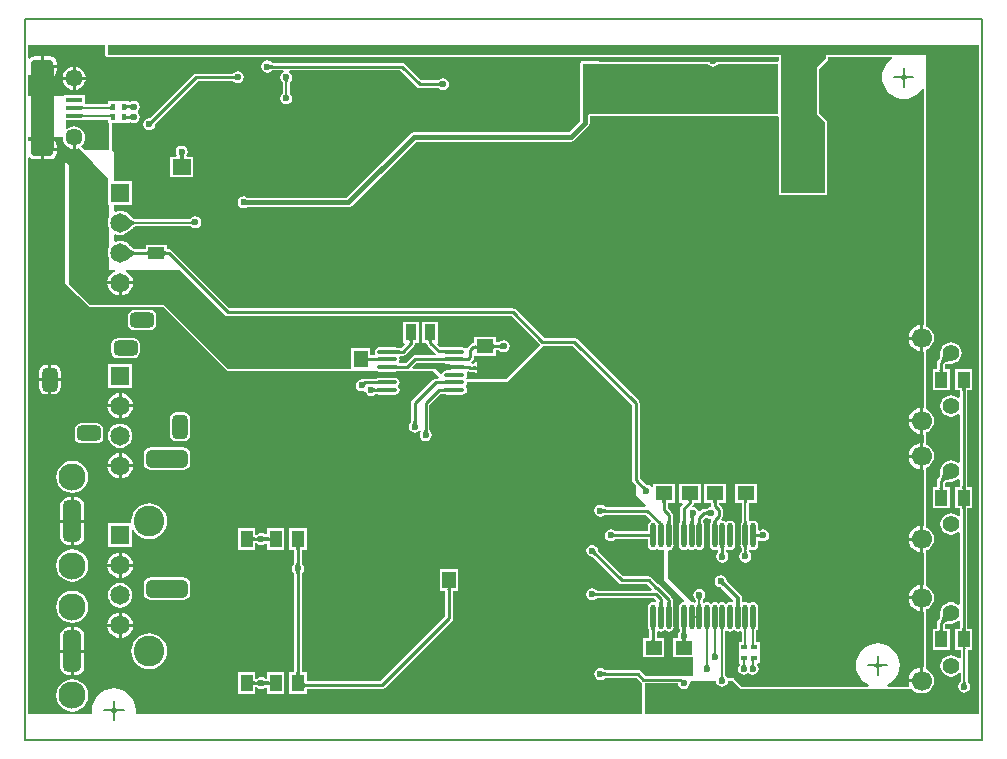
<source format=gbl>
G04*
G04 #@! TF.GenerationSoftware,Altium Limited,Altium Designer,19.0.10 (269)*
G04*
G04 Layer_Physical_Order=2*
G04 Layer_Color=16711680*
%FSLAX44Y44*%
%MOMM*%
G71*
G01*
G75*
%ADD12C,0.4000*%
%ADD13C,0.2000*%
%ADD14C,0.2540*%
%ADD59R,1.4500X1.1500*%
%ADD64R,1.0500X1.4000*%
%ADD65R,1.1500X1.4500*%
%ADD67R,1.4000X1.0500*%
%ADD77R,1.5500X1.3500*%
%ADD86C,0.1500*%
%ADD88C,0.2032*%
%ADD89C,1.6500*%
%ADD90R,1.6500X1.6500*%
%ADD91C,2.6000*%
G04:AMPARAMS|DCode=92|XSize=3.5mm|YSize=1.5mm|CornerRadius=0.375mm|HoleSize=0mm|Usage=FLASHONLY|Rotation=180.000|XOffset=0mm|YOffset=0mm|HoleType=Round|Shape=RoundedRectangle|*
%AMROUNDEDRECTD92*
21,1,3.5000,0.7500,0,0,180.0*
21,1,2.7500,1.5000,0,0,180.0*
1,1,0.7500,-1.3750,0.3750*
1,1,0.7500,1.3750,0.3750*
1,1,0.7500,1.3750,-0.3750*
1,1,0.7500,-1.3750,-0.3750*
%
%ADD92ROUNDEDRECTD92*%
%ADD93C,2.3000*%
G04:AMPARAMS|DCode=94|XSize=3.5mm|YSize=1.5mm|CornerRadius=0.375mm|HoleSize=0mm|Usage=FLASHONLY|Rotation=90.000|XOffset=0mm|YOffset=0mm|HoleType=Round|Shape=RoundedRectangle|*
%AMROUNDEDRECTD94*
21,1,3.5000,0.7500,0,0,90.0*
21,1,2.7500,1.5000,0,0,90.0*
1,1,0.7500,0.3750,1.3750*
1,1,0.7500,0.3750,-1.3750*
1,1,0.7500,-0.3750,-1.3750*
1,1,0.7500,-0.3750,1.3750*
%
%ADD94ROUNDEDRECTD94*%
G04:AMPARAMS|DCode=95|XSize=1.2mm|YSize=1.9mm|CornerRadius=0.3mm|HoleSize=0mm|Usage=FLASHONLY|Rotation=90.000|XOffset=0mm|YOffset=0mm|HoleType=Round|Shape=RoundedRectangle|*
%AMROUNDEDRECTD95*
21,1,1.2000,1.3000,0,0,90.0*
21,1,0.6000,1.9000,0,0,90.0*
1,1,0.6000,0.6500,0.3000*
1,1,0.6000,0.6500,-0.3000*
1,1,0.6000,-0.6500,-0.3000*
1,1,0.6000,-0.6500,0.3000*
%
%ADD95ROUNDEDRECTD95*%
%ADD96C,1.4500*%
G04:AMPARAMS|DCode=97|XSize=2mm|YSize=1.3mm|CornerRadius=0.325mm|HoleSize=0mm|Usage=FLASHONLY|Rotation=180.000|XOffset=0mm|YOffset=0mm|HoleType=Round|Shape=RoundedRectangle|*
%AMROUNDEDRECTD97*
21,1,2.0000,0.6500,0,0,180.0*
21,1,1.3500,1.3000,0,0,180.0*
1,1,0.6500,-0.6750,0.3250*
1,1,0.6500,0.6750,0.3250*
1,1,0.6500,0.6750,-0.3250*
1,1,0.6500,-0.6750,-0.3250*
%
%ADD97ROUNDEDRECTD97*%
G04:AMPARAMS|DCode=98|XSize=2mm|YSize=1.3mm|CornerRadius=0.325mm|HoleSize=0mm|Usage=FLASHONLY|Rotation=90.000|XOffset=0mm|YOffset=0mm|HoleType=Round|Shape=RoundedRectangle|*
%AMROUNDEDRECTD98*
21,1,2.0000,0.6500,0,0,90.0*
21,1,1.3500,1.3000,0,0,90.0*
1,1,0.6500,0.3250,0.6750*
1,1,0.6500,0.3250,-0.6750*
1,1,0.6500,-0.3250,-0.6750*
1,1,0.6500,-0.3250,0.6750*
%
%ADD98ROUNDEDRECTD98*%
%ADD99C,1.7000*%
%ADD100C,1.4000*%
%ADD101C,0.6000*%
%ADD102R,1.3500X0.4000*%
%ADD103R,0.5500X0.4500*%
%ADD104R,0.4500X0.5500*%
%ADD105O,1.7000X0.3500*%
%ADD106R,0.9500X1.3500*%
%ADD107O,0.4500X2.1000*%
%ADD108C,0.3000*%
G36*
X67961Y588000D02*
Y580000D01*
X68116Y579220D01*
X68558Y578558D01*
X69220Y578116D01*
X70000Y577961D01*
X581908Y577961D01*
X582105Y578000D01*
X582305D01*
X582400Y578019D01*
X582495Y578000D01*
X582696D01*
X582892Y577961D01*
X637961D01*
Y575143D01*
X637324Y574411D01*
X636691Y574039D01*
X586409Y574039D01*
X586212Y574000D01*
X586011D01*
X585826Y573923D01*
X585629Y573884D01*
X585462Y573772D01*
X585276Y573695D01*
X585134Y573554D01*
X584967Y573442D01*
X584855Y573275D01*
X584714Y573133D01*
X584535Y572865D01*
X583555Y572211D01*
X582400Y571981D01*
X581245Y572211D01*
X580265Y572865D01*
X580087Y573133D01*
X579945Y573275D01*
X579833Y573442D01*
X579666Y573554D01*
X579524Y573695D01*
X579338Y573772D01*
X579171Y573884D01*
X578974Y573923D01*
X578789Y574000D01*
X578588D01*
X578391Y574039D01*
X485750Y574039D01*
Y574250D01*
X470250D01*
Y572981D01*
X470116Y572780D01*
X469961Y572000D01*
X469961Y531696D01*
X469922Y531500D01*
Y523796D01*
X460561Y514436D01*
X329000D01*
X329000Y514436D01*
X327439Y514125D01*
X326116Y513241D01*
X271953Y459078D01*
X187896D01*
X186951Y459710D01*
X185000Y460098D01*
X183049Y459710D01*
X181395Y458605D01*
X180290Y456951D01*
X179902Y455000D01*
X180290Y453049D01*
X181395Y451395D01*
X183049Y450290D01*
X185000Y449902D01*
X186951Y450290D01*
X187857Y450896D01*
X188348Y450922D01*
X273642D01*
X273643Y450922D01*
X275203Y451232D01*
X276526Y452116D01*
X330689Y506279D01*
X462251D01*
X462251Y506279D01*
X463811Y506590D01*
X465135Y507474D01*
X476884Y519223D01*
X476884Y519223D01*
X477768Y520546D01*
X478078Y522107D01*
Y526674D01*
X478105Y526972D01*
X478176Y527401D01*
X478257Y527705D01*
X478275Y527750D01*
X485750D01*
Y527961D01*
X637000Y527961D01*
X637961Y526857D01*
Y463000D01*
X638116Y462220D01*
X638558Y461558D01*
X639220Y461116D01*
X640000Y460961D01*
X677000D01*
X677780Y461116D01*
X678442Y461558D01*
X678884Y462220D01*
X679039Y463000D01*
Y523000D01*
X678884Y523780D01*
X678442Y524442D01*
X672039Y530845D01*
Y568155D01*
X679442Y575558D01*
X679884Y576220D01*
X680039Y577000D01*
Y577961D01*
X733679D01*
X733987Y576729D01*
X733658Y576553D01*
X730839Y574240D01*
X728526Y571421D01*
X726807Y568206D01*
X725749Y564716D01*
X725392Y561088D01*
X725749Y557459D01*
X726807Y553970D01*
X728526Y550755D01*
X730839Y547936D01*
X733658Y545623D01*
X736873Y543904D01*
X740362Y542846D01*
X743991Y542488D01*
X747620Y542846D01*
X751109Y543904D01*
X754324Y545623D01*
X757143Y547936D01*
X759456Y550755D01*
X759729Y551265D01*
X760961Y550956D01*
X760961Y351890D01*
X760270Y351284D01*
Y340050D01*
Y328815D01*
X760961Y328210D01*
Y281790D01*
X760270Y281184D01*
Y269950D01*
Y258716D01*
X760961Y258110D01*
Y251890D01*
X760270Y251284D01*
Y240050D01*
Y228815D01*
X760961Y228210D01*
Y181790D01*
X760270Y181184D01*
Y169950D01*
Y158715D01*
X760961Y158110D01*
Y131890D01*
X760270Y131284D01*
Y120050D01*
Y108815D01*
X760961Y108210D01*
Y61790D01*
X760270Y61184D01*
Y49950D01*
X759000D01*
Y48680D01*
X748032D01*
X748244Y47068D01*
X748647Y46095D01*
X747942Y45039D01*
X730185Y45039D01*
X729867Y46309D01*
X732325Y47623D01*
X735143Y49936D01*
X737456Y52755D01*
X739175Y55970D01*
X740233Y59459D01*
X740591Y63088D01*
X740233Y66716D01*
X739175Y70206D01*
X737456Y73421D01*
X735143Y76240D01*
X732325Y78553D01*
X729109Y80272D01*
X725620Y81330D01*
X721991Y81687D01*
X718363Y81330D01*
X714873Y80272D01*
X711658Y78553D01*
X708839Y76240D01*
X706526Y73421D01*
X704807Y70206D01*
X703749Y66716D01*
X703392Y63088D01*
X703749Y59459D01*
X704807Y55970D01*
X706526Y52755D01*
X708839Y49936D01*
X711658Y47623D01*
X714116Y46309D01*
X713798Y45039D01*
X607105Y45039D01*
X600535Y51459D01*
X600211Y51669D01*
X599890Y51884D01*
X599878Y51886D01*
X599868Y51893D01*
X599487Y51964D01*
X599109Y52039D01*
X595134D01*
X595035Y52019D01*
X594934Y52029D01*
X594672Y51950D01*
X593600Y53555D01*
X593364Y53712D01*
X593338Y53740D01*
X593182Y53917D01*
X593057Y54078D01*
X592960Y54221D01*
X592889Y54344D01*
X592841Y54446D01*
X592811Y54525D01*
X592799Y54571D01*
Y91867D01*
X592873Y91936D01*
X594018Y92464D01*
X595092Y91747D01*
X596750Y91417D01*
X598408Y91747D01*
X599814Y92686D01*
X600186D01*
X601592Y91747D01*
X603250Y91417D01*
X604908Y91747D01*
X605676Y92260D01*
X606946Y91581D01*
Y82750D01*
X604000D01*
Y75020D01*
X604000Y74250D01*
X604000Y72980D01*
Y65250D01*
X604000D01*
X604947Y64082D01*
X604902Y63609D01*
X604895Y63605D01*
X603790Y61951D01*
X603402Y60000D01*
X603790Y58049D01*
X604895Y56395D01*
X606549Y55290D01*
X608500Y54902D01*
X610451Y55290D01*
X612105Y56395D01*
X612395D01*
X614049Y55290D01*
X616000Y54902D01*
X617951Y55290D01*
X619605Y56395D01*
X620710Y58049D01*
X621098Y60000D01*
X620710Y61951D01*
X619605Y63605D01*
X619512Y63667D01*
X619498Y64105D01*
X620617Y65250D01*
X621750D01*
Y72980D01*
X621750Y73750D01*
X621750Y75020D01*
Y82750D01*
X619054D01*
Y92512D01*
X619314Y92686D01*
X620253Y94092D01*
X620583Y95750D01*
Y112250D01*
X620253Y113908D01*
X619314Y115314D01*
X617908Y116253D01*
X616250Y116583D01*
X614592Y116253D01*
X613985Y115848D01*
X613000Y115399D01*
X612015Y115848D01*
X611408Y116253D01*
X609750Y116583D01*
X608092Y116253D01*
X608089Y116251D01*
X606819Y116930D01*
Y119666D01*
X606547Y121032D01*
X605773Y122189D01*
X594056Y133907D01*
X593975Y134002D01*
X593901Y134102D01*
X593842Y134194D01*
X593839Y134200D01*
X593491Y135951D01*
X592385Y137605D01*
X590732Y138710D01*
X588781Y139098D01*
X586830Y138710D01*
X585176Y137605D01*
X584071Y135951D01*
X583683Y134000D01*
X584071Y132049D01*
X585176Y130395D01*
X586830Y129290D01*
X588781Y128902D01*
X588891Y128924D01*
X588921Y128905D01*
X589010Y128843D01*
X589118Y128752D01*
X599682Y118188D01*
Y116930D01*
X598411Y116251D01*
X598408Y116253D01*
X596750Y116583D01*
X595092Y116253D01*
X593686Y115314D01*
X593314D01*
X591908Y116253D01*
X590250Y116583D01*
X588592Y116253D01*
X587186Y115314D01*
X586814D01*
X585408Y116253D01*
X583750Y116583D01*
X582092Y116253D01*
X580686Y115314D01*
X580314D01*
X578908Y116253D01*
X577250Y116583D01*
X575592Y116253D01*
X575079Y115911D01*
X573809Y116589D01*
Y118214D01*
X573828Y118307D01*
X573856Y118399D01*
X573892Y118490D01*
X573938Y118584D01*
X573997Y118684D01*
X574072Y118789D01*
X574140Y118871D01*
X574355Y119014D01*
X575460Y120668D01*
X575848Y122619D01*
X575460Y124570D01*
X574355Y126224D01*
X572701Y127329D01*
X570750Y127717D01*
X568799Y127329D01*
X567145Y126224D01*
X566040Y124570D01*
X565652Y122619D01*
X566040Y120668D01*
X567145Y119014D01*
X567360Y118871D01*
X567428Y118789D01*
X567503Y118684D01*
X567562Y118585D01*
X567608Y118490D01*
X567645Y118399D01*
X567672Y118307D01*
X567691Y118214D01*
Y116589D01*
X566421Y115911D01*
X565908Y116253D01*
X564458Y116542D01*
X544000Y137000D01*
Y159801D01*
X544750Y160417D01*
X546408Y160746D01*
X547814Y161686D01*
X548753Y163092D01*
X549083Y164750D01*
Y181250D01*
X548854Y182400D01*
X548856Y182430D01*
X548840Y182472D01*
X548753Y182908D01*
X548592Y183149D01*
X548582Y183177D01*
X548469Y183363D01*
X548400Y183499D01*
X548333Y183661D01*
X548269Y183852D01*
X548211Y184072D01*
X548160Y184321D01*
X548121Y184578D01*
X548084Y185040D01*
Y190625D01*
X547830Y191901D01*
X547108Y192983D01*
X544063Y196027D01*
Y200750D01*
X549979D01*
Y216250D01*
X531479D01*
Y214086D01*
X530209Y213701D01*
X529605Y214605D01*
X527951Y215710D01*
X526000Y216098D01*
X525820Y216062D01*
X525776Y216077D01*
X525707Y216106D01*
X525624Y216151D01*
X525524Y216214D01*
X525436Y216279D01*
X520334Y221381D01*
Y285000D01*
X520080Y286276D01*
X519358Y287358D01*
X467358Y339357D01*
X466276Y340080D01*
X465000Y340334D01*
X439381D01*
X415358Y364357D01*
X414276Y365080D01*
X413000Y365334D01*
X172869D01*
X123846Y414357D01*
X122764Y415080D01*
X121488Y415334D01*
X120000D01*
Y419250D01*
X102000D01*
Y415334D01*
X93305D01*
X93261Y415337D01*
X92914Y415415D01*
X92495Y415566D01*
X92008Y415801D01*
X91460Y416129D01*
X90857Y416552D01*
X90224Y417060D01*
X88760Y418431D01*
X87987Y419250D01*
X87710Y419610D01*
X85569Y421253D01*
X83076Y422286D01*
X80400Y422638D01*
X77724Y422286D01*
X76556Y421802D01*
X75500Y422508D01*
Y427492D01*
X76556Y428198D01*
X77724Y427714D01*
X80400Y427362D01*
X83076Y427714D01*
X85569Y428747D01*
X87710Y430390D01*
X87936Y430684D01*
X88607Y431348D01*
X90223Y432799D01*
X90917Y433345D01*
X91563Y433801D01*
X92140Y434153D01*
X92638Y434404D01*
X93043Y434561D01*
X93343Y434635D01*
X93411Y434641D01*
X139741D01*
X139856Y434620D01*
X139973Y434588D01*
X140092Y434547D01*
X140216Y434494D01*
X140345Y434427D01*
X140393Y434398D01*
X140395Y434395D01*
X140654Y434223D01*
X140817Y434094D01*
X140939Y434032D01*
X142049Y433290D01*
X144000Y432902D01*
X145951Y433290D01*
X147605Y434395D01*
X148710Y436049D01*
X149098Y438000D01*
X148710Y439951D01*
X147605Y441605D01*
X145951Y442710D01*
X144000Y443098D01*
X142049Y442710D01*
X140395Y441605D01*
X140147Y441233D01*
X140116Y441209D01*
X139977Y441048D01*
X139894Y440967D01*
X139820Y440905D01*
X139752Y440859D01*
X139689Y440824D01*
X139626Y440796D01*
X139559Y440774D01*
X139489Y440759D01*
X93411D01*
X93343Y440765D01*
X93043Y440839D01*
X92638Y440996D01*
X92140Y441247D01*
X91563Y441599D01*
X90954Y442029D01*
X88592Y444066D01*
X87936Y444716D01*
X87710Y445010D01*
X85569Y446653D01*
X83076Y447686D01*
X80400Y448038D01*
X77724Y447686D01*
X76556Y447202D01*
X75500Y447908D01*
Y452850D01*
X90650D01*
Y473350D01*
X75500D01*
Y497035D01*
X73309Y499226D01*
Y522250D01*
X77980D01*
X78750Y522250D01*
X80020Y522250D01*
X87750D01*
Y522299D01*
X89020Y522978D01*
X90049Y522290D01*
X92000Y521902D01*
X93951Y522290D01*
X95605Y523395D01*
X96710Y525049D01*
X97098Y527000D01*
X96710Y528951D01*
X95605Y530605D01*
X95215Y530865D01*
Y532135D01*
X95605Y532395D01*
X96710Y534049D01*
X97098Y536000D01*
X96710Y537951D01*
X95605Y539605D01*
X93951Y540710D01*
X92000Y541098D01*
X90049Y540710D01*
X89020Y540022D01*
X87750Y540701D01*
Y540750D01*
X80020D01*
X79250Y540750D01*
X77980Y540750D01*
X70250D01*
Y538059D01*
X50250D01*
Y545500D01*
X32750D01*
Y545000D01*
X24000D01*
Y510000D01*
X31626D01*
Y510000D01*
X31962Y507444D01*
X32949Y505063D01*
X34518Y503018D01*
X36563Y501448D01*
X38944Y500462D01*
X40230Y500293D01*
Y510000D01*
X42770D01*
Y500293D01*
X44056Y500462D01*
X45319Y500985D01*
X70535Y474620D01*
X70150Y473350D01*
X70150D01*
Y452850D01*
X71270D01*
X71270Y442443D01*
X70414Y440376D01*
X70062Y437700D01*
X70414Y435024D01*
X71270Y432957D01*
X71270Y417043D01*
X70414Y414976D01*
X70062Y412300D01*
X70414Y409624D01*
X71270Y407557D01*
X71270Y398000D01*
X75683D01*
X75936Y396730D01*
X74958Y396325D01*
X72705Y394595D01*
X70975Y392342D01*
X69888Y389717D01*
X69684Y388170D01*
X80400D01*
X91116D01*
X90912Y389717D01*
X89825Y392342D01*
X88096Y394595D01*
X85842Y396325D01*
X84864Y396730D01*
X85117Y398000D01*
X130773Y398000D01*
X169130Y359642D01*
X170212Y358920D01*
X171488Y358666D01*
X411619D01*
X435643Y334642D01*
X435732Y333732D01*
X407098Y305098D01*
X373892Y305098D01*
X373101Y306225D01*
X373154Y306597D01*
X373783Y307537D01*
X374073Y309000D01*
X373783Y310463D01*
X374438Y311676D01*
X375014Y311920D01*
X376290Y311666D01*
X379780D01*
X379911Y311654D01*
X379948Y311648D01*
X379988Y311589D01*
X380020Y311484D01*
X380207Y311261D01*
X380369Y311018D01*
X380460Y310957D01*
X380530Y310873D01*
X380788Y310738D01*
X381031Y310576D01*
X381138Y310555D01*
X381235Y310504D01*
X381525Y310478D01*
X381811Y310421D01*
X381918Y310442D01*
X382027Y310432D01*
X382305Y310519D01*
X382591Y310576D01*
X382682Y310637D01*
X382787Y310669D01*
X383010Y310856D01*
X383253Y311018D01*
X383314Y311109D01*
X383398Y311179D01*
X383533Y311437D01*
X383686Y311666D01*
X389000D01*
X390276Y311920D01*
X391358Y312642D01*
X392080Y313724D01*
X392334Y315000D01*
X392080Y316276D01*
X391358Y317358D01*
X390276Y318080D01*
X389000Y318334D01*
X383686D01*
X383533Y318563D01*
X383398Y318821D01*
X383314Y318891D01*
X383253Y318982D01*
X383011Y319144D01*
X382787Y319331D01*
X382682Y319363D01*
X382591Y319424D01*
X382306Y319481D01*
X382027Y319568D01*
X381918Y319558D01*
X381811Y319579D01*
X381525Y319522D01*
X381235Y319496D01*
X381138Y319445D01*
X381031Y319424D01*
X380788Y319262D01*
X380530Y319126D01*
X380460Y319043D01*
X380369Y318982D01*
X380207Y318739D01*
X380020Y318515D01*
X379988Y318411D01*
X379948Y318351D01*
X379911Y318346D01*
X379780Y318334D01*
X378163D01*
X377404Y319491D01*
X377415Y319629D01*
X377450Y319735D01*
X379358Y321642D01*
X380080Y322724D01*
X380334Y324000D01*
Y325250D01*
X398250D01*
Y329666D01*
X400869D01*
X400977Y329650D01*
X401091Y329624D01*
X401182Y329596D01*
X401252Y329569D01*
X401293Y329548D01*
X401395Y329395D01*
X403049Y328290D01*
X405000Y327902D01*
X406951Y328290D01*
X408605Y329395D01*
X409710Y331049D01*
X410098Y333000D01*
X409710Y334951D01*
X408605Y336605D01*
X406951Y337710D01*
X405000Y338098D01*
X403049Y337710D01*
X401395Y336605D01*
X401293Y336452D01*
X401252Y336431D01*
X401182Y336404D01*
X401091Y336376D01*
X400977Y336350D01*
X400869Y336334D01*
X398250D01*
Y340750D01*
X379750D01*
Y335762D01*
X379428D01*
X378152Y335508D01*
X377071Y334785D01*
X374642Y332357D01*
X374176Y331660D01*
X373807Y331522D01*
X372923Y331378D01*
X372651Y331406D01*
X371713Y332032D01*
X370250Y332323D01*
X356750D01*
X356397Y332253D01*
X355990Y332334D01*
X351381D01*
X348638Y335077D01*
X349124Y336250D01*
X349750D01*
Y353750D01*
X336250D01*
Y336250D01*
X339738D01*
Y335928D01*
X339992Y334652D01*
X340715Y333570D01*
X347643Y326642D01*
X347700Y326604D01*
X347315Y325334D01*
X330000D01*
X328724Y325080D01*
X327643Y324357D01*
X322119Y318834D01*
X317172D01*
X316493Y320104D01*
X316782Y320537D01*
X317073Y322000D01*
X316782Y323463D01*
X316493Y323896D01*
X317172Y325166D01*
X319500D01*
X320776Y325420D01*
X321858Y326142D01*
X329358Y333642D01*
X330080Y334724D01*
X330334Y336000D01*
Y336250D01*
X333750D01*
Y353750D01*
X320250D01*
Y336250D01*
X320876D01*
X321362Y335077D01*
X318119Y331834D01*
X315904D01*
X315446Y331859D01*
X314964Y331914D01*
X314862Y331933D01*
X314713Y332032D01*
X313250Y332323D01*
X299750D01*
X298287Y332032D01*
X297047Y331203D01*
X296218Y329963D01*
X295927Y328500D01*
X296218Y327037D01*
X296507Y326604D01*
X295828Y325334D01*
X291750D01*
Y331267D01*
X276250D01*
Y314000D01*
X171968D01*
X117968Y368000D01*
X55000Y368000D01*
X37000Y386000D01*
X37000Y487000D01*
X34000Y490000D01*
Y386000D01*
X54952Y366000D01*
X117834Y366000D01*
X171834Y312000D01*
X298239D01*
X298287Y311968D01*
X299750Y311677D01*
X313250D01*
X314713Y311968D01*
X314762Y312000D01*
X345000D01*
X349993Y307007D01*
X349507Y305834D01*
X347500D01*
X346224Y305580D01*
X345143Y304858D01*
X327643Y287358D01*
X326920Y286276D01*
X326666Y285000D01*
Y269131D01*
X326650Y269023D01*
X326624Y268909D01*
X326596Y268818D01*
X326569Y268748D01*
X326548Y268707D01*
X326395Y268605D01*
X325290Y266951D01*
X324902Y265000D01*
X325290Y263049D01*
X326395Y261395D01*
X328049Y260290D01*
X330000Y259902D01*
X331951Y260290D01*
X333605Y261395D01*
X333617Y261413D01*
X334995Y261190D01*
X335031Y261059D01*
X334290Y259951D01*
X333902Y258000D01*
X334290Y256049D01*
X335395Y254395D01*
X337049Y253290D01*
X339000Y252902D01*
X340951Y253290D01*
X342605Y254395D01*
X343710Y256049D01*
X344098Y258000D01*
X343710Y259951D01*
X342605Y261605D01*
X342452Y261707D01*
X342431Y261748D01*
X342404Y261818D01*
X342376Y261909D01*
X342351Y262023D01*
X342334Y262131D01*
Y283619D01*
X351381Y292666D01*
X354096D01*
X354554Y292641D01*
X355037Y292586D01*
X355138Y292567D01*
X355287Y292468D01*
X356750Y292176D01*
X370250D01*
X371713Y292468D01*
X372954Y293296D01*
X373783Y294537D01*
X374073Y296000D01*
X373783Y297463D01*
X372954Y298703D01*
Y299796D01*
X373783Y301037D01*
X374073Y302500D01*
X374484Y303000D01*
X408000Y303000D01*
X438666Y333666D01*
X463619D01*
X513666Y283619D01*
Y220000D01*
X513920Y218724D01*
X514642Y217642D01*
X517000Y215285D01*
Y207000D01*
X525493Y198507D01*
X525006Y197334D01*
X491131D01*
X491023Y197350D01*
X490909Y197376D01*
X490818Y197404D01*
X490748Y197431D01*
X490707Y197452D01*
X490605Y197605D01*
X488951Y198710D01*
X487000Y199098D01*
X485049Y198710D01*
X483395Y197605D01*
X482290Y195951D01*
X481902Y194000D01*
X482290Y192049D01*
X483395Y190395D01*
X485049Y189290D01*
X487000Y188902D01*
X488951Y189290D01*
X490605Y190395D01*
X490707Y190548D01*
X490748Y190569D01*
X490818Y190596D01*
X490909Y190624D01*
X491023Y190650D01*
X491131Y190666D01*
X525425D01*
X529716Y186375D01*
X529463Y184833D01*
X528686Y184314D01*
X527747Y182908D01*
X527417Y181250D01*
Y176334D01*
X500131D01*
X500023Y176350D01*
X499909Y176376D01*
X499818Y176404D01*
X499748Y176431D01*
X499707Y176452D01*
X499605Y176605D01*
X497951Y177710D01*
X496000Y178098D01*
X494049Y177710D01*
X492395Y176605D01*
X491290Y174951D01*
X490902Y173000D01*
X491290Y171049D01*
X492395Y169395D01*
X494049Y168290D01*
X496000Y167902D01*
X497951Y168290D01*
X499605Y169395D01*
X499707Y169548D01*
X499748Y169569D01*
X499818Y169596D01*
X499909Y169624D01*
X500023Y169650D01*
X500131Y169666D01*
X527417D01*
Y164750D01*
X527747Y163092D01*
X528686Y161686D01*
X530092Y160746D01*
X531750Y160417D01*
X533408Y160746D01*
X534814Y161686D01*
X535186D01*
X536592Y160746D01*
X538250Y160417D01*
X539730Y160711D01*
X540611Y160371D01*
X541000Y160163D01*
X541000Y135000D01*
X558214Y117786D01*
X557898Y116968D01*
X557642Y116562D01*
X556092Y116253D01*
X554686Y115314D01*
X553747Y113908D01*
X553417Y112250D01*
Y95750D01*
X553646Y94600D01*
X553644Y94571D01*
X553660Y94528D01*
X553747Y94092D01*
X553908Y93851D01*
X553918Y93823D01*
X554031Y93637D01*
X554100Y93501D01*
X554167Y93339D01*
X554231Y93148D01*
X554289Y92928D01*
X554340Y92679D01*
X554379Y92422D01*
X554407Y92072D01*
X554400Y92023D01*
X554374Y91909D01*
X554346Y91818D01*
X554319Y91748D01*
X554298Y91707D01*
X554145Y91605D01*
X553040Y89951D01*
X552652Y88000D01*
X552847Y87020D01*
X551829Y85750D01*
X548750D01*
Y70250D01*
X565100D01*
Y53555D01*
X556694D01*
X555938Y54060D01*
X554662Y54314D01*
X524777D01*
X521033Y58057D01*
X519952Y58780D01*
X518676Y59034D01*
X491131D01*
X491023Y59050D01*
X490909Y59076D01*
X490818Y59103D01*
X490748Y59131D01*
X490707Y59152D01*
X490605Y59304D01*
X488951Y60410D01*
X487000Y60798D01*
X485049Y60410D01*
X483395Y59304D01*
X482290Y57651D01*
X481902Y55700D01*
X482290Y53749D01*
X483395Y52095D01*
X485049Y50990D01*
X487000Y50602D01*
X488951Y50990D01*
X490605Y52095D01*
X490707Y52248D01*
X490748Y52268D01*
X490818Y52296D01*
X490909Y52324D01*
X491023Y52349D01*
X491131Y52366D01*
X517295D01*
X521038Y48622D01*
X522000Y47980D01*
X522000Y22000D01*
X94338Y22000D01*
X93485Y22941D01*
X93687Y24991D01*
X93330Y28620D01*
X92272Y32109D01*
X90553Y35324D01*
X88240Y38143D01*
X85421Y40456D01*
X82206Y42175D01*
X78716Y43233D01*
X75088Y43591D01*
X71459Y43233D01*
X67970Y42175D01*
X64755Y40456D01*
X61936Y38143D01*
X59623Y35324D01*
X57904Y32109D01*
X56846Y28620D01*
X56488Y24991D01*
X56690Y22941D01*
X55837Y22000D01*
X2590D01*
X2590Y492332D01*
Y492840D01*
X3860Y493225D01*
X4006Y493006D01*
X5839Y491781D01*
X8000Y491351D01*
X13230D01*
Y500000D01*
X5000D01*
Y507658D01*
X4006Y506994D01*
X3860Y506775D01*
X2590Y507160D01*
Y510000D01*
X5000D01*
Y545000D01*
X2590D01*
Y562840D01*
X3860Y563225D01*
X4006Y563006D01*
X5000Y562342D01*
Y570000D01*
X13230D01*
Y570000D01*
Y578648D01*
X8000D01*
X5839Y578218D01*
X4006Y576994D01*
X3860Y576775D01*
X2590Y577160D01*
Y588000D01*
X67961D01*
D02*
G37*
G36*
X745028Y563672D02*
X745089Y563326D01*
X745190Y563021D01*
X745332Y562757D01*
X745515Y562534D01*
X745739Y562351D01*
X746003Y562209D01*
X746308Y562107D01*
X746653Y562046D01*
X747039Y562026D01*
Y559994D01*
X746653Y559973D01*
X746308Y559912D01*
X746003Y559811D01*
X745739Y559669D01*
X745515Y559486D01*
X745332Y559262D01*
X745190Y558998D01*
X745089Y558693D01*
X745028Y558348D01*
X745007Y557962D01*
X742975D01*
X742955Y558348D01*
X742894Y558693D01*
X742793Y558998D01*
X742650Y559262D01*
X742467Y559486D01*
X742244Y559669D01*
X741980Y559811D01*
X741675Y559912D01*
X741329Y559973D01*
X740943Y559994D01*
Y562026D01*
X741329Y562046D01*
X741675Y562107D01*
X741980Y562209D01*
X742244Y562351D01*
X742467Y562534D01*
X742650Y562757D01*
X742793Y563021D01*
X742894Y563326D01*
X742955Y563672D01*
X742975Y564058D01*
X745007D01*
X745028Y563672D01*
D02*
G37*
G36*
X89858Y533900D02*
X89639Y534109D01*
X89413Y534296D01*
X89181Y534461D01*
X88942Y534604D01*
X88697Y534725D01*
X88445Y534824D01*
X88187Y534901D01*
X87922Y534956D01*
X87650Y534989D01*
X87509Y534995D01*
X87334Y534990D01*
X86989Y534960D01*
X86684Y534910D01*
X86420Y534840D01*
X86197Y534750D01*
X86014Y534640D01*
X85872Y534510D01*
X85770Y534360D01*
X85709Y534190D01*
X85689Y534000D01*
Y538000D01*
X85709Y537810D01*
X85770Y537640D01*
X85872Y537490D01*
X86014Y537360D01*
X86197Y537250D01*
X86420Y537160D01*
X86684Y537090D01*
X86989Y537040D01*
X87334Y537010D01*
X87509Y537005D01*
X87650Y537011D01*
X87922Y537044D01*
X88187Y537099D01*
X88445Y537176D01*
X88697Y537275D01*
X88942Y537396D01*
X89181Y537539D01*
X89413Y537704D01*
X89639Y537891D01*
X89858Y538100D01*
Y533900D01*
D02*
G37*
G36*
X72281Y533280D02*
X72261Y533417D01*
X72200Y533540D01*
X72101Y533647D01*
X71961Y533741D01*
X71781Y533820D01*
X71561Y533885D01*
X71301Y533935D01*
X71000Y533971D01*
X70661Y533993D01*
X70281Y534000D01*
Y536000D01*
X70661Y536010D01*
X71000Y536040D01*
X71301Y536090D01*
X71561Y536160D01*
X71781Y536250D01*
X71961Y536360D01*
X72101Y536490D01*
X72200Y536640D01*
X72261Y536810D01*
X72281Y537000D01*
Y533280D01*
D02*
G37*
G36*
X48240Y536785D02*
X48300Y536620D01*
X48400Y536475D01*
X48540Y536349D01*
X48720Y536242D01*
X48940Y536155D01*
X49200Y536087D01*
X49500Y536039D01*
X49840Y536010D01*
X50220Y536000D01*
Y534000D01*
X49840Y533990D01*
X49500Y533961D01*
X49200Y533913D01*
X48940Y533845D01*
X48720Y533758D01*
X48540Y533651D01*
X48400Y533525D01*
X48300Y533380D01*
X48240Y533215D01*
X48220Y533031D01*
Y536969D01*
X48240Y536785D01*
D02*
G37*
G36*
X578391Y572000D02*
X578795Y571395D01*
X580449Y570290D01*
X582400Y569902D01*
X584351Y570290D01*
X586005Y571395D01*
X586409Y572000D01*
X637000Y572000D01*
X637000Y530000D01*
X472000Y530000D01*
X472000Y572000D01*
X578391Y572000D01*
D02*
G37*
G36*
X89858Y524900D02*
X89639Y525109D01*
X89413Y525296D01*
X89181Y525461D01*
X88942Y525604D01*
X88697Y525725D01*
X88445Y525824D01*
X88187Y525901D01*
X87922Y525956D01*
X87650Y525989D01*
X87509Y525994D01*
X87334Y525990D01*
X86989Y525960D01*
X86684Y525910D01*
X86420Y525840D01*
X86197Y525750D01*
X86014Y525640D01*
X85872Y525510D01*
X85770Y525360D01*
X85709Y525190D01*
X85689Y525000D01*
Y529000D01*
X85709Y528810D01*
X85770Y528640D01*
X85872Y528490D01*
X86014Y528360D01*
X86197Y528250D01*
X86420Y528160D01*
X86684Y528090D01*
X86989Y528040D01*
X87334Y528010D01*
X87509Y528005D01*
X87650Y528011D01*
X87922Y528044D01*
X88187Y528099D01*
X88445Y528176D01*
X88697Y528275D01*
X88942Y528396D01*
X89181Y528539D01*
X89413Y528704D01*
X89639Y528891D01*
X89858Y529100D01*
Y524900D01*
D02*
G37*
G36*
X72281Y527000D02*
X72266Y527142D01*
X72221Y527270D01*
X72146Y527383D01*
X72041Y527480D01*
X71905Y527562D01*
X71740Y527630D01*
X71546Y527682D01*
X71321Y527720D01*
X71066Y527743D01*
X70781Y527750D01*
Y529250D01*
X71066Y529255D01*
X71546Y529292D01*
X71740Y529325D01*
X71905Y529367D01*
X72041Y529419D01*
X72146Y529480D01*
X72221Y529551D01*
X72266Y529630D01*
X72281Y529720D01*
Y527000D01*
D02*
G37*
G36*
X48235Y529857D02*
X48280Y529730D01*
X48355Y529618D01*
X48460Y529520D01*
X48595Y529437D01*
X48760Y529370D01*
X48955Y529318D01*
X49180Y529280D01*
X49435Y529258D01*
X49720Y529250D01*
Y527750D01*
X49435Y527743D01*
X49180Y527720D01*
X48955Y527682D01*
X48760Y527630D01*
X48595Y527562D01*
X48460Y527480D01*
X48355Y527383D01*
X48280Y527270D01*
X48235Y527142D01*
X48220Y527000D01*
Y530000D01*
X48235Y529857D01*
D02*
G37*
G36*
X477620Y529769D02*
X477280Y529646D01*
X476980Y529444D01*
X476720Y529161D01*
X476500Y528798D01*
X476320Y528355D01*
X476180Y527831D01*
X476080Y527228D01*
X476020Y526544D01*
X476000Y525780D01*
X472000D01*
X472281Y529780D01*
X478000Y529811D01*
X477620Y529769D01*
D02*
G37*
G36*
X70250Y522250D02*
X71270D01*
Y499000D01*
X50518D01*
X47657Y501861D01*
X47740Y503128D01*
X48097Y503403D01*
X49580Y505335D01*
X50512Y507585D01*
X50830Y510000D01*
X50512Y512415D01*
X49580Y514665D01*
X48097Y516597D01*
X46165Y518080D01*
X43915Y519012D01*
X41500Y519330D01*
X39085Y519012D01*
X36835Y518080D01*
X35788Y517276D01*
X34518Y517902D01*
Y524426D01*
X70250D01*
Y522250D01*
D02*
G37*
G36*
X187179Y457081D02*
X187250Y457064D01*
X187354Y457049D01*
X187665Y457025D01*
X188694Y457001D01*
X189036Y457000D01*
Y453000D01*
X187143Y452900D01*
Y457100D01*
X187179Y457081D01*
D02*
G37*
G36*
X142078Y435696D02*
X141836Y435887D01*
X141590Y436058D01*
X141341Y436208D01*
X141088Y436339D01*
X140831Y436449D01*
X140571Y436539D01*
X140308Y436610D01*
X140041Y436660D01*
X139770Y436690D01*
X139496Y436700D01*
X139283Y438700D01*
X139565Y438712D01*
X139837Y438747D01*
X140099Y438806D01*
X140351Y438888D01*
X140594Y438994D01*
X140827Y439123D01*
X141049Y439276D01*
X141262Y439452D01*
X141465Y439652D01*
X141658Y439875D01*
X142078Y435696D01*
D02*
G37*
G36*
X87207Y442568D02*
X89698Y440419D01*
X90444Y439894D01*
X91147Y439464D01*
X91809Y439130D01*
X92428Y438891D01*
X93005Y438748D01*
X93539Y438700D01*
Y436700D01*
X93005Y436652D01*
X92428Y436509D01*
X91809Y436270D01*
X91147Y435936D01*
X90444Y435506D01*
X89698Y434981D01*
X88910Y434360D01*
X87207Y432832D01*
X86292Y431925D01*
Y443475D01*
X87207Y442568D01*
D02*
G37*
G36*
X117965Y414299D02*
X118042Y414083D01*
X118170Y413892D01*
X118350Y413727D01*
X118582Y413587D01*
X118864Y413473D01*
X119199Y413384D01*
X119584Y413321D01*
X120021Y413283D01*
X120510Y413270D01*
Y410730D01*
X120021Y410717D01*
X119584Y410679D01*
X119199Y410616D01*
X118864Y410527D01*
X118582Y410412D01*
X118350Y410273D01*
X118170Y410108D01*
X118042Y409917D01*
X117965Y409701D01*
X117939Y409460D01*
Y414540D01*
X117965Y414299D01*
D02*
G37*
G36*
X104061Y409460D02*
X104035Y409701D01*
X103958Y409917D01*
X103830Y410108D01*
X103650Y410273D01*
X103418Y410412D01*
X103136Y410527D01*
X102801Y410616D01*
X102416Y410679D01*
X101979Y410717D01*
X101490Y410730D01*
Y413270D01*
X101979Y413283D01*
X102416Y413321D01*
X102801Y413384D01*
X103136Y413473D01*
X103418Y413587D01*
X103650Y413727D01*
X103830Y413892D01*
X103958Y414083D01*
X104035Y414299D01*
X104061Y414540D01*
Y409460D01*
D02*
G37*
G36*
X87321Y416985D02*
X88888Y415518D01*
X89631Y414921D01*
X90349Y414417D01*
X91040Y414004D01*
X91706Y413683D01*
X92344Y413453D01*
X92957Y413316D01*
X93543Y413270D01*
X93449Y410730D01*
X92886Y410686D01*
X92285Y410553D01*
X91645Y410333D01*
X90966Y410023D01*
X90248Y409626D01*
X89491Y409140D01*
X88696Y408566D01*
X86989Y407154D01*
X86078Y406315D01*
X86498Y417857D01*
X87321Y416985D01*
D02*
G37*
G36*
X329089Y338288D02*
X328917Y338218D01*
X328765Y338103D01*
X328634Y337941D01*
X328523Y337733D01*
X328432Y337479D01*
X328361Y337178D01*
X328311Y336832D01*
X328280Y336439D01*
X328270Y336000D01*
X325730D01*
X325720Y336439D01*
X325690Y336832D01*
X325639Y337178D01*
X325568Y337479D01*
X325477Y337733D01*
X325366Y337941D01*
X325235Y338103D01*
X325083Y338218D01*
X324912Y338288D01*
X324720Y338311D01*
X329281D01*
X329089Y338288D01*
D02*
G37*
G36*
X345219Y338287D02*
X345035Y338216D01*
X344873Y338097D01*
X344732Y337930D01*
X344613Y337715D01*
X344515Y337453D01*
X344440Y337143D01*
X344385Y336786D01*
X344353Y336381D01*
X344342Y335928D01*
X341802D01*
X341791Y336381D01*
X341759Y336786D01*
X341705Y337143D01*
X341629Y337453D01*
X341531Y337715D01*
X341412Y337930D01*
X341272Y338097D01*
X341109Y338216D01*
X340925Y338287D01*
X340720Y338311D01*
X345425D01*
X345219Y338287D01*
D02*
G37*
G36*
X402858Y330900D02*
X402687Y331058D01*
X402502Y331199D01*
X402302Y331323D01*
X402087Y331431D01*
X401857Y331522D01*
X401612Y331597D01*
X401352Y331655D01*
X401077Y331697D01*
X400787Y331722D01*
X400482Y331730D01*
Y334270D01*
X400787Y334278D01*
X401077Y334303D01*
X401352Y334345D01*
X401612Y334403D01*
X401857Y334478D01*
X402087Y334569D01*
X402302Y334677D01*
X402502Y334801D01*
X402687Y334942D01*
X402858Y335100D01*
Y330900D01*
D02*
G37*
G36*
X396215Y335299D02*
X396292Y335083D01*
X396421Y334892D01*
X396600Y334727D01*
X396832Y334588D01*
X397114Y334473D01*
X397449Y334384D01*
X397834Y334321D01*
X398271Y334283D01*
X398760Y334270D01*
Y331730D01*
X398271Y331717D01*
X397834Y331679D01*
X397449Y331616D01*
X397114Y331527D01*
X396832Y331413D01*
X396600Y331273D01*
X396421Y331108D01*
X396292Y330917D01*
X396215Y330701D01*
X396189Y330460D01*
Y335540D01*
X396215Y335299D01*
D02*
G37*
G36*
X381811Y330075D02*
X381787Y330281D01*
X381716Y330465D01*
X381597Y330628D01*
X381430Y330768D01*
X381215Y330887D01*
X380953Y330985D01*
X380643Y331060D01*
X380286Y331115D01*
X379881Y331147D01*
X379428Y331158D01*
Y333698D01*
X379881Y333709D01*
X380286Y333741D01*
X380643Y333795D01*
X380953Y333871D01*
X381215Y333969D01*
X381430Y334088D01*
X381597Y334228D01*
X381716Y334391D01*
X381787Y334575D01*
X381811Y334781D01*
Y330075D01*
D02*
G37*
G36*
X356079Y330120D02*
Y326880D01*
X355816Y327042D01*
X355535Y327186D01*
X355237Y327314D01*
X354921Y327424D01*
X354588Y327518D01*
X354237Y327594D01*
X353868Y327654D01*
X353078Y327721D01*
X352657Y327730D01*
X352556Y330270D01*
X356079Y330120D01*
D02*
G37*
G36*
X314046Y330053D02*
X314211Y329994D01*
X314417Y329941D01*
X314662Y329896D01*
X315275Y329826D01*
X316049Y329784D01*
X316984Y329770D01*
Y327230D01*
X316497Y327226D01*
X314662Y327104D01*
X314417Y327059D01*
X314211Y327006D01*
X314046Y326947D01*
X313921Y326880D01*
Y330120D01*
X314046Y330053D01*
D02*
G37*
G36*
X371041Y323556D02*
X371202Y323500D01*
X371404Y323450D01*
X371647Y323406D01*
X372254Y323340D01*
X373025Y323300D01*
X373960Y323287D01*
X374009Y320746D01*
X373521Y320743D01*
X371678Y320615D01*
X371429Y320567D01*
X371220Y320512D01*
X371051Y320450D01*
X370921Y320380D01*
Y323620D01*
X371041Y323556D01*
D02*
G37*
G36*
X356079Y320380D02*
X355954Y320447D01*
X355789Y320506D01*
X355584Y320559D01*
X355338Y320604D01*
X354725Y320674D01*
X353951Y320716D01*
X353016Y320730D01*
Y323270D01*
X353504Y323274D01*
X355338Y323396D01*
X355584Y323441D01*
X355789Y323494D01*
X355954Y323553D01*
X356079Y323620D01*
Y320380D01*
D02*
G37*
G36*
X299079D02*
X298954Y320447D01*
X298789Y320506D01*
X298584Y320559D01*
X298338Y320604D01*
X297725Y320674D01*
X296951Y320716D01*
X296016Y320730D01*
Y323270D01*
X296504Y323274D01*
X298338Y323396D01*
X298584Y323441D01*
X298789Y323494D01*
X298954Y323553D01*
X299079Y323620D01*
Y320380D01*
D02*
G37*
G36*
X289715Y324299D02*
X289792Y324083D01*
X289921Y323892D01*
X290100Y323727D01*
X290332Y323587D01*
X290614Y323473D01*
X290949Y323384D01*
X291334Y323321D01*
X291771Y323283D01*
X292260Y323270D01*
Y320730D01*
X291771Y320717D01*
X291334Y320679D01*
X290949Y320616D01*
X290614Y320527D01*
X290332Y320412D01*
X290100Y320273D01*
X289921Y320108D01*
X289792Y319917D01*
X289715Y319701D01*
X289689Y319460D01*
Y324540D01*
X289715Y324299D01*
D02*
G37*
G36*
X371046Y317053D02*
X371211Y316994D01*
X371417Y316941D01*
X371662Y316896D01*
X372275Y316826D01*
X373049Y316784D01*
X373984Y316770D01*
Y314230D01*
X373497Y314226D01*
X371662Y314104D01*
X371417Y314059D01*
X371211Y314006D01*
X371046Y313947D01*
X370921Y313880D01*
Y317120D01*
X371046Y317053D01*
D02*
G37*
G36*
X314046D02*
X314211Y316994D01*
X314417Y316941D01*
X314662Y316896D01*
X315275Y316826D01*
X316049Y316784D01*
X316984Y316770D01*
Y314230D01*
X316497Y314226D01*
X314662Y314104D01*
X314417Y314059D01*
X314211Y314006D01*
X314046Y313947D01*
X313921Y313880D01*
Y317120D01*
X314046Y317053D01*
D02*
G37*
G36*
X381811Y312460D02*
X381785Y312701D01*
X381708Y312917D01*
X381580Y313108D01*
X381400Y313273D01*
X381168Y313412D01*
X380886Y313527D01*
X380551Y313616D01*
X380166Y313679D01*
X379729Y313717D01*
X379241Y313730D01*
Y316270D01*
X379729Y316283D01*
X380166Y316321D01*
X380551Y316384D01*
X380886Y316473D01*
X381168Y316588D01*
X381400Y316727D01*
X381580Y316892D01*
X381708Y317083D01*
X381785Y317299D01*
X381811Y317540D01*
Y312460D01*
D02*
G37*
G36*
X354554Y318641D02*
X355037Y318586D01*
X355138Y318567D01*
X355287Y318468D01*
X356750Y318176D01*
X359828D01*
X360507Y316907D01*
X360420Y316776D01*
X360166Y315500D01*
X360420Y314224D01*
X360507Y314093D01*
X359828Y312823D01*
X356750D01*
X355287Y312532D01*
X354047Y311703D01*
X353218Y310463D01*
X353071Y309725D01*
X351693Y309307D01*
X347000Y314000D01*
X328374D01*
X327888Y315173D01*
X331381Y318666D01*
X354096D01*
X354554Y318641D01*
D02*
G37*
G36*
X356079Y300880D02*
X355954Y300947D01*
X355789Y301006D01*
X355584Y301059D01*
X355338Y301104D01*
X354725Y301174D01*
X353951Y301216D01*
X353016Y301230D01*
Y303770D01*
X353504Y303773D01*
X355338Y303896D01*
X355584Y303941D01*
X355789Y303994D01*
X355954Y304053D01*
X356079Y304120D01*
Y300880D01*
D02*
G37*
G36*
Y294380D02*
X355954Y294447D01*
X355789Y294506D01*
X355584Y294559D01*
X355338Y294604D01*
X354725Y294674D01*
X353951Y294716D01*
X353016Y294730D01*
Y297270D01*
X353504Y297274D01*
X355338Y297396D01*
X355584Y297441D01*
X355789Y297494D01*
X355954Y297553D01*
X356079Y297620D01*
Y294380D01*
D02*
G37*
G36*
X331270Y269518D02*
X331278Y269213D01*
X331303Y268923D01*
X331345Y268648D01*
X331403Y268388D01*
X331478Y268143D01*
X331569Y267913D01*
X331677Y267698D01*
X331801Y267498D01*
X331942Y267313D01*
X332100Y267142D01*
X327900Y267142D01*
X328058Y267313D01*
X328199Y267498D01*
X328323Y267698D01*
X328431Y267913D01*
X328523Y268143D01*
X328597Y268388D01*
X328655Y268648D01*
X328697Y268923D01*
X328722Y269213D01*
X328730Y269518D01*
X331270Y269518D01*
D02*
G37*
G36*
X340278Y262213D02*
X340303Y261923D01*
X340345Y261648D01*
X340403Y261388D01*
X340478Y261143D01*
X340569Y260913D01*
X340677Y260698D01*
X340801Y260498D01*
X340942Y260313D01*
X341100Y260142D01*
X336900D01*
X337058Y260313D01*
X337199Y260498D01*
X337323Y260698D01*
X337431Y260913D01*
X337523Y261143D01*
X337597Y261388D01*
X337655Y261648D01*
X337697Y261923D01*
X337722Y262213D01*
X337730Y262518D01*
X340270D01*
X340278Y262213D01*
D02*
G37*
G36*
X523925Y214883D02*
X524147Y214695D01*
X524371Y214530D01*
X524596Y214388D01*
X524822Y214267D01*
X525050Y214169D01*
X525278Y214093D01*
X525508Y214040D01*
X525738Y214009D01*
X525970Y214000D01*
X523000Y211030D01*
X522991Y211262D01*
X522960Y211493D01*
X522907Y211722D01*
X522831Y211950D01*
X522733Y212178D01*
X522612Y212404D01*
X522470Y212629D01*
X522304Y212852D01*
X522117Y213075D01*
X521907Y213297D01*
X523703Y215093D01*
X523925Y214883D01*
D02*
G37*
G36*
X543028Y202785D02*
X542812Y202708D01*
X542621Y202580D01*
X542456Y202400D01*
X542316Y202168D01*
X542202Y201886D01*
X542113Y201551D01*
X542050Y201166D01*
X542012Y200729D01*
X541999Y200240D01*
X539459D01*
X539446Y200729D01*
X539408Y201166D01*
X539345Y201551D01*
X539256Y201886D01*
X539141Y202168D01*
X539002Y202400D01*
X538837Y202580D01*
X538646Y202708D01*
X538430Y202785D01*
X538189Y202811D01*
X543269D01*
X543028Y202785D01*
D02*
G37*
G36*
X489313Y195942D02*
X489498Y195801D01*
X489698Y195677D01*
X489913Y195569D01*
X490143Y195478D01*
X490388Y195403D01*
X490648Y195345D01*
X490923Y195303D01*
X491213Y195278D01*
X491518Y195270D01*
Y192730D01*
X491213Y192722D01*
X490923Y192697D01*
X490648Y192655D01*
X490388Y192597D01*
X490143Y192523D01*
X489913Y192431D01*
X489698Y192323D01*
X489498Y192199D01*
X489313Y192058D01*
X489142Y191900D01*
Y196100D01*
X489313Y195942D01*
D02*
G37*
G36*
X546028Y185168D02*
X546094Y184344D01*
X546151Y183964D01*
X546225Y183604D01*
X546315Y183265D01*
X546422Y182946D01*
X546545Y182649D01*
X546685Y182372D01*
X546841Y182116D01*
X542659D01*
X542815Y182372D01*
X542955Y182649D01*
X543078Y182946D01*
X543185Y183265D01*
X543275Y183604D01*
X543349Y183964D01*
X543406Y184344D01*
X543472Y185168D01*
X543480Y185611D01*
X546020D01*
X546028Y185168D01*
D02*
G37*
G36*
X498313Y174942D02*
X498498Y174801D01*
X498698Y174677D01*
X498913Y174569D01*
X499143Y174478D01*
X499388Y174403D01*
X499648Y174345D01*
X499923Y174303D01*
X500213Y174278D01*
X500518Y174270D01*
Y171730D01*
X500213Y171722D01*
X499923Y171697D01*
X499648Y171655D01*
X499388Y171597D01*
X499143Y171523D01*
X498913Y171431D01*
X498698Y171323D01*
X498498Y171199D01*
X498313Y171058D01*
X498143Y170900D01*
Y175100D01*
X498313Y174942D01*
D02*
G37*
G36*
X529518Y170460D02*
X529492Y170701D01*
X529415Y170917D01*
X529286Y171108D01*
X529106Y171273D01*
X528875Y171413D01*
X528592Y171527D01*
X528258Y171616D01*
X527872Y171679D01*
X527435Y171717D01*
X526947Y171730D01*
Y174270D01*
X527435Y174283D01*
X527872Y174321D01*
X528258Y174384D01*
X528592Y174473D01*
X528875Y174587D01*
X529106Y174727D01*
X529286Y174892D01*
X529415Y175083D01*
X529492Y175299D01*
X529518Y175540D01*
Y170460D01*
D02*
G37*
G36*
X591795Y133897D02*
X591834Y133721D01*
X591895Y133538D01*
X591980Y133348D01*
X592089Y133151D01*
X592220Y132947D01*
X592375Y132735D01*
X592754Y132292D01*
X592978Y132059D01*
X590935Y129860D01*
X590703Y130083D01*
X590257Y130457D01*
X590045Y130608D01*
X589838Y130735D01*
X589639Y130837D01*
X589446Y130915D01*
X589259Y130968D01*
X589080Y130998D01*
X588906Y131003D01*
X591780Y134066D01*
X591795Y133897D01*
D02*
G37*
G36*
X572641Y120258D02*
X572454Y120032D01*
X572289Y119800D01*
X572146Y119561D01*
X572025Y119316D01*
X571926Y119064D01*
X571849Y118806D01*
X571794Y118540D01*
X571761Y118269D01*
X571750Y117991D01*
X569750D01*
X569739Y118269D01*
X569706Y118540D01*
X569651Y118806D01*
X569574Y119064D01*
X569475Y119316D01*
X569354Y119561D01*
X569211Y119800D01*
X569046Y120032D01*
X568859Y120258D01*
X568650Y120477D01*
X572850D01*
X572641Y120258D01*
D02*
G37*
G36*
X571760Y115678D02*
X571838Y114713D01*
X571906Y114321D01*
X571994Y113989D01*
X572101Y113717D01*
X572228Y113506D01*
X572374Y113356D01*
X572539Y113265D01*
X572725Y113235D01*
X568775D01*
X568961Y113265D01*
X569126Y113356D01*
X569272Y113506D01*
X569399Y113717D01*
X569506Y113989D01*
X569594Y114321D01*
X569662Y114713D01*
X569711Y115165D01*
X569750Y116251D01*
X571750D01*
X571760Y115678D01*
D02*
G37*
G36*
X604756Y116354D02*
X604898Y114508D01*
X604963Y114149D01*
X605039Y113829D01*
X605128Y113551D01*
X605229Y113313D01*
X605341Y113116D01*
X601159D01*
X601272Y113313D01*
X601372Y113551D01*
X601461Y113829D01*
X601537Y114149D01*
X601602Y114508D01*
X601697Y115350D01*
X601744Y116354D01*
X601750Y116917D01*
X604750D01*
X604756Y116354D01*
D02*
G37*
G36*
X568517Y102000D02*
X568497Y102190D01*
X568436Y102360D01*
X568335Y102510D01*
X568193Y102640D01*
X568010Y102750D01*
X567787Y102840D01*
X567523Y102910D01*
X567500Y102914D01*
X567477Y102910D01*
X567214Y102840D01*
X566990Y102750D01*
X566807Y102640D01*
X566665Y102510D01*
X566564Y102360D01*
X566503Y102190D01*
X566483Y102000D01*
Y106000D01*
X566503Y105810D01*
X566564Y105640D01*
X566665Y105490D01*
X566807Y105360D01*
X566990Y105250D01*
X567214Y105160D01*
X567477Y105090D01*
X567500Y105086D01*
X567523Y105090D01*
X567787Y105160D01*
X568010Y105250D01*
X568193Y105360D01*
X568335Y105490D01*
X568436Y105640D01*
X568497Y105810D01*
X568517Y106000D01*
Y102000D01*
D02*
G37*
G36*
X591478Y93938D02*
X591339Y93940D01*
X591214Y93900D01*
X591104Y93819D01*
X591009Y93696D01*
X590928Y93532D01*
X590862Y93326D01*
X590811Y93078D01*
X590774Y92789D01*
X590752Y92458D01*
X590745Y92085D01*
X589245Y92252D01*
X589238Y92640D01*
X589180Y93299D01*
X589129Y93572D01*
X589064Y93805D01*
X588984Y94001D01*
X588890Y94158D01*
X588781Y94276D01*
X588658Y94357D01*
X588521Y94398D01*
X591478Y93938D01*
D02*
G37*
G36*
X617594Y94088D02*
X617469Y94029D01*
X617359Y93931D01*
X617264Y93793D01*
X617183Y93615D01*
X617117Y93398D01*
X617066Y93142D01*
X617029Y92846D01*
X617007Y92511D01*
X617000Y92136D01*
X615500D01*
X615493Y92511D01*
X615434Y93142D01*
X615383Y93398D01*
X615317Y93615D01*
X615236Y93793D01*
X615141Y93931D01*
X615031Y94029D01*
X614906Y94088D01*
X614767Y94108D01*
X617733D01*
X617594Y94088D01*
D02*
G37*
G36*
X611094D02*
X610969Y94029D01*
X610859Y93931D01*
X610764Y93793D01*
X610683Y93615D01*
X610617Y93398D01*
X610566Y93142D01*
X610529Y92846D01*
X610507Y92511D01*
X610500Y92136D01*
X609000D01*
X608993Y92511D01*
X608934Y93142D01*
X608883Y93398D01*
X608817Y93615D01*
X608736Y93793D01*
X608641Y93931D01*
X608531Y94029D01*
X608406Y94088D01*
X608267Y94108D01*
X611233D01*
X611094Y94088D01*
D02*
G37*
G36*
X585094D02*
X584969Y94029D01*
X584859Y93931D01*
X584764Y93793D01*
X584683Y93615D01*
X584617Y93398D01*
X584566Y93142D01*
X584529Y92846D01*
X584507Y92511D01*
X584500Y92136D01*
X583000D01*
X582993Y92511D01*
X582934Y93142D01*
X582883Y93398D01*
X582817Y93615D01*
X582736Y93793D01*
X582641Y93931D01*
X582531Y94029D01*
X582406Y94088D01*
X582267Y94108D01*
X585233D01*
X585094Y94088D01*
D02*
G37*
G36*
X578594D02*
X578469Y94029D01*
X578359Y93931D01*
X578264Y93793D01*
X578183Y93615D01*
X578117Y93398D01*
X578066Y93142D01*
X578029Y92846D01*
X578007Y92511D01*
X578000Y92136D01*
X576500D01*
X576493Y92511D01*
X576434Y93142D01*
X576383Y93398D01*
X576317Y93615D01*
X576236Y93793D01*
X576141Y93931D01*
X576031Y94029D01*
X575906Y94088D01*
X575767Y94108D01*
X578733D01*
X578594Y94088D01*
D02*
G37*
G36*
X559685Y94628D02*
X559545Y94351D01*
X559422Y94053D01*
X559315Y93735D01*
X559225Y93396D01*
X559151Y93036D01*
X559094Y92656D01*
X559044Y92030D01*
X559053Y91923D01*
X559095Y91648D01*
X559153Y91388D01*
X559227Y91143D01*
X559319Y90913D01*
X559427Y90698D01*
X559551Y90498D01*
X559692Y90313D01*
X559850Y90142D01*
X555650D01*
X555808Y90313D01*
X555949Y90498D01*
X556073Y90698D01*
X556181Y90913D01*
X556273Y91143D01*
X556347Y91388D01*
X556405Y91648D01*
X556447Y91923D01*
X556456Y92030D01*
X556406Y92656D01*
X556349Y93036D01*
X556275Y93396D01*
X556185Y93735D01*
X556078Y94053D01*
X555955Y94351D01*
X555815Y94628D01*
X555659Y94884D01*
X559841D01*
X559685Y94628D01*
D02*
G37*
G36*
X559030Y85858D02*
X559850D01*
X559692Y85687D01*
X559551Y85502D01*
X559427Y85302D01*
X559319Y85087D01*
X559227Y84857D01*
X559191Y84736D01*
X559223Y84614D01*
X559338Y84332D01*
X559477Y84100D01*
X559642Y83920D01*
X559833Y83792D01*
X560049Y83715D01*
X560290Y83689D01*
X559026D01*
X559020Y83482D01*
X556480D01*
X556474Y83689D01*
X555210D01*
X555451Y83715D01*
X555667Y83792D01*
X555858Y83920D01*
X556023Y84100D01*
X556162Y84332D01*
X556277Y84614D01*
X556309Y84736D01*
X556273Y84857D01*
X556181Y85087D01*
X556073Y85302D01*
X555949Y85502D01*
X555808Y85687D01*
X555650Y85858D01*
X556470D01*
X556480Y86259D01*
X559020D01*
X559030Y85858D01*
D02*
G37*
G36*
X617008Y81929D02*
X617030Y81669D01*
X617067Y81439D01*
X617120Y81240D01*
X617188Y81072D01*
X617270Y80934D01*
X617368Y80827D01*
X617480Y80750D01*
X617608Y80704D01*
X617750Y80689D01*
X614750D01*
X614893Y80704D01*
X615020Y80750D01*
X615133Y80827D01*
X615230Y80934D01*
X615313Y81072D01*
X615380Y81240D01*
X615433Y81439D01*
X615470Y81669D01*
X615493Y81929D01*
X615500Y82219D01*
X617000D01*
X617008Y81929D01*
D02*
G37*
G36*
X610508D02*
X610530Y81669D01*
X610568Y81439D01*
X610620Y81240D01*
X610687Y81072D01*
X610770Y80934D01*
X610868Y80827D01*
X610980Y80750D01*
X611107Y80704D01*
X611250Y80689D01*
X608250D01*
X608392Y80704D01*
X608520Y80750D01*
X608633Y80827D01*
X608730Y80934D01*
X608812Y81072D01*
X608880Y81240D01*
X608932Y81439D01*
X608970Y81669D01*
X608993Y81929D01*
X609000Y82219D01*
X610500D01*
X610508Y81929D01*
D02*
G37*
G36*
X584514Y74456D02*
X584554Y74206D01*
X584622Y73954D01*
X584716Y73700D01*
X584837Y73445D01*
X584986Y73187D01*
X585162Y72929D01*
X585364Y72668D01*
X585593Y72406D01*
X585850Y72142D01*
X581650D01*
X581907Y72406D01*
X582338Y72929D01*
X582514Y73187D01*
X582663Y73445D01*
X582784Y73700D01*
X582878Y73954D01*
X582946Y74206D01*
X582986Y74456D01*
X583000Y74705D01*
X584500D01*
X584514Y74456D01*
D02*
G37*
G36*
X617358Y67265D02*
X617230Y67221D01*
X617118Y67146D01*
X617020Y67041D01*
X616938Y66905D01*
X616870Y66740D01*
X616818Y66546D01*
X616780Y66321D01*
X616758Y66066D01*
X616750Y65781D01*
X615250D01*
X615243Y66066D01*
X615220Y66321D01*
X615183Y66546D01*
X615130Y66740D01*
X615063Y66905D01*
X614980Y67041D01*
X614883Y67146D01*
X614770Y67221D01*
X614643Y67265D01*
X614500Y67281D01*
X617500D01*
X617358Y67265D01*
D02*
G37*
G36*
X609858D02*
X609730Y67221D01*
X609618Y67146D01*
X609520Y67041D01*
X609438Y66905D01*
X609370Y66740D01*
X609318Y66546D01*
X609280Y66321D01*
X609258Y66066D01*
X609250Y65781D01*
X607750D01*
X607743Y66066D01*
X607720Y66321D01*
X607683Y66546D01*
X607630Y66740D01*
X607563Y66905D01*
X607480Y67041D01*
X607383Y67146D01*
X607270Y67221D01*
X607143Y67265D01*
X607000Y67281D01*
X610000D01*
X609858Y67265D01*
D02*
G37*
G36*
X616764Y64456D02*
X616804Y64206D01*
X616872Y63954D01*
X616966Y63700D01*
X617088Y63445D01*
X617236Y63187D01*
X617412Y62929D01*
X617614Y62668D01*
X617844Y62406D01*
X618100Y62142D01*
X613900D01*
X614157Y62406D01*
X614589Y62929D01*
X614764Y63187D01*
X614913Y63445D01*
X615034Y63700D01*
X615129Y63954D01*
X615196Y64206D01*
X615237Y64456D01*
X615250Y64705D01*
X616750D01*
X616764Y64456D01*
D02*
G37*
G36*
X609264D02*
X609304Y64206D01*
X609372Y63954D01*
X609466Y63700D01*
X609588Y63445D01*
X609736Y63187D01*
X609912Y62929D01*
X610114Y62668D01*
X610344Y62406D01*
X610600Y62142D01*
X606400D01*
X606657Y62406D01*
X607089Y62929D01*
X607264Y63187D01*
X607413Y63445D01*
X607534Y63700D01*
X607629Y63954D01*
X607696Y64206D01*
X607737Y64456D01*
X607750Y64705D01*
X609250D01*
X609264Y64456D01*
D02*
G37*
G36*
X578014D02*
X578054Y64206D01*
X578122Y63954D01*
X578216Y63700D01*
X578338Y63445D01*
X578486Y63187D01*
X578662Y62929D01*
X578864Y62668D01*
X579094Y62406D01*
X579350Y62142D01*
X575150D01*
X575406Y62406D01*
X575839Y62929D01*
X576014Y63187D01*
X576163Y63445D01*
X576284Y63700D01*
X576379Y63954D01*
X576446Y64206D01*
X576487Y64456D01*
X576500Y64705D01*
X578000D01*
X578014Y64456D01*
D02*
G37*
G36*
X723028Y65672D02*
X723089Y65326D01*
X723190Y65021D01*
X723333Y64757D01*
X723515Y64534D01*
X723739Y64351D01*
X724003Y64208D01*
X724308Y64107D01*
X724653Y64046D01*
X725039Y64026D01*
Y61994D01*
X724653Y61973D01*
X724308Y61912D01*
X724003Y61811D01*
X723739Y61669D01*
X723515Y61486D01*
X723333Y61262D01*
X723190Y60998D01*
X723089Y60693D01*
X723028Y60348D01*
X723007Y59962D01*
X720975D01*
X720955Y60348D01*
X720894Y60693D01*
X720792Y60998D01*
X720650Y61262D01*
X720467Y61486D01*
X720244Y61669D01*
X719980Y61811D01*
X719675Y61912D01*
X719329Y61973D01*
X718943Y61994D01*
Y64026D01*
X719329Y64046D01*
X719675Y64107D01*
X719980Y64208D01*
X720244Y64351D01*
X720467Y64534D01*
X720650Y64757D01*
X720792Y65021D01*
X720894Y65326D01*
X720955Y65672D01*
X720975Y66058D01*
X723007D01*
X723028Y65672D01*
D02*
G37*
G36*
X489313Y57642D02*
X489498Y57501D01*
X489698Y57376D01*
X489913Y57269D01*
X490143Y57177D01*
X490388Y57102D01*
X490648Y57044D01*
X490923Y57003D01*
X491213Y56978D01*
X491518Y56970D01*
Y54430D01*
X491213Y54421D01*
X490923Y54397D01*
X490648Y54355D01*
X490388Y54297D01*
X490143Y54222D01*
X489913Y54131D01*
X489698Y54023D01*
X489498Y53899D01*
X489313Y53757D01*
X489142Y53600D01*
Y57800D01*
X489313Y57642D01*
D02*
G37*
G36*
X590759Y54406D02*
X590799Y54156D01*
X590867Y53904D01*
X590961Y53650D01*
X591083Y53395D01*
X591231Y53137D01*
X591407Y52879D01*
X591609Y52618D01*
X591839Y52356D01*
X592095Y52092D01*
X587895D01*
X588152Y52356D01*
X588584Y52879D01*
X588759Y53137D01*
X588908Y53395D01*
X589029Y53650D01*
X589124Y53904D01*
X589191Y54156D01*
X589232Y54406D01*
X589245Y54655D01*
X590745D01*
X590759Y54406D01*
D02*
G37*
G36*
X555762Y51678D02*
X556598Y50942D01*
X556674Y50897D01*
X556733Y50873D01*
X556774Y50872D01*
X554770Y48868D01*
X554769Y48909D01*
X554746Y48968D01*
X554700Y49044D01*
X554632Y49139D01*
X554543Y49251D01*
X554142Y49696D01*
X553764Y50082D01*
X555560Y51878D01*
X555762Y51678D01*
D02*
G37*
G36*
X807410Y588000D02*
Y22000D01*
X763000Y22000D01*
Y22000D01*
X525006Y22000D01*
X525006Y47646D01*
X552615D01*
X552932Y46049D01*
X554037Y44395D01*
X555691Y43290D01*
X557642Y42902D01*
X559593Y43290D01*
X561247Y44395D01*
X562352Y46049D01*
X562740Y48000D01*
X562595Y48730D01*
X563637Y50000D01*
X584856Y50000D01*
X584897Y49950D01*
X585285Y47999D01*
X586390Y46345D01*
X588044Y45240D01*
X589995Y44852D01*
X591946Y45240D01*
X593600Y46345D01*
X594705Y47999D01*
X595093Y49950D01*
X595134Y50000D01*
X599109D01*
X606274Y43000D01*
X729000Y43000D01*
X751098Y43000D01*
X751511Y42461D01*
X753705Y40778D01*
X756259Y39720D01*
X759000Y39359D01*
X761741Y39720D01*
X764295Y40778D01*
X766489Y42461D01*
X766902Y43000D01*
X768172Y44655D01*
X769230Y47209D01*
X769591Y49950D01*
X769230Y52691D01*
X768172Y55245D01*
X766489Y57439D01*
X764295Y59122D01*
X763000Y59658D01*
Y110342D01*
X764295Y110878D01*
X766489Y112561D01*
X768172Y114755D01*
X769230Y117309D01*
X769591Y120050D01*
X769230Y122791D01*
X768172Y125345D01*
X766489Y127539D01*
X764295Y129222D01*
X763000Y129758D01*
Y160242D01*
X764295Y160778D01*
X766489Y162461D01*
X768172Y164655D01*
X769230Y167209D01*
X769591Y169950D01*
X769230Y172691D01*
X768172Y175245D01*
X766489Y177439D01*
X764295Y179122D01*
X763000Y179658D01*
Y230342D01*
X764295Y230878D01*
X766489Y232561D01*
X768172Y234755D01*
X769230Y237309D01*
X769591Y240050D01*
X769230Y242791D01*
X768172Y245345D01*
X766489Y247539D01*
X764295Y249222D01*
X763000Y249758D01*
Y260242D01*
X764295Y260778D01*
X766489Y262461D01*
X768172Y264655D01*
X769230Y267209D01*
X769591Y269950D01*
X769230Y272691D01*
X768172Y275245D01*
X766489Y277439D01*
X764295Y279122D01*
X763000Y279658D01*
Y330342D01*
X764295Y330878D01*
X766489Y332561D01*
X768172Y334755D01*
X769230Y337309D01*
X769591Y340050D01*
X769230Y342791D01*
X768172Y345345D01*
X766489Y347539D01*
X764295Y349222D01*
X763000Y349758D01*
X763000Y580000D01*
X678000D01*
Y577000D01*
X670000Y569000D01*
Y530000D01*
X677000Y523000D01*
Y463000D01*
X640000D01*
Y580000D01*
X582892D01*
X582400Y580098D01*
X581908Y580000D01*
X70000Y580000D01*
Y588000D01*
X807410D01*
Y588000D01*
D02*
G37*
G36*
X76202Y27653D02*
X76263Y27308D01*
X76365Y27003D01*
X76507Y26739D01*
X76690Y26515D01*
X76914Y26332D01*
X77178Y26190D01*
X77483Y26089D01*
X77828Y26028D01*
X78214Y26007D01*
Y23975D01*
X77828Y23955D01*
X77483Y23894D01*
X77178Y23793D01*
X76914Y23650D01*
X76690Y23467D01*
X76507Y23244D01*
X76365Y22980D01*
X76263Y22675D01*
X76202Y22329D01*
X76182Y21943D01*
X74150D01*
X74130Y22329D01*
X74069Y22675D01*
X73967Y22980D01*
X73825Y23244D01*
X73642Y23467D01*
X73418Y23650D01*
X73154Y23793D01*
X72850Y23894D01*
X72504Y23955D01*
X72118Y23975D01*
Y26007D01*
X72504Y26028D01*
X72850Y26089D01*
X73154Y26190D01*
X73418Y26332D01*
X73642Y26515D01*
X73825Y26739D01*
X73967Y27003D01*
X74069Y27308D01*
X74130Y27653D01*
X74150Y28039D01*
X76182D01*
X76202Y27653D01*
D02*
G37*
%LPC*%
G36*
X21000Y578648D02*
X15770D01*
Y571270D01*
X26649D01*
Y573000D01*
X26219Y575162D01*
X24994Y576994D01*
X23162Y578218D01*
X21000Y578648D01*
D02*
G37*
G36*
X26649Y568730D02*
X24000D01*
Y562342D01*
X24994Y563006D01*
X26219Y564838D01*
X26649Y567000D01*
Y568730D01*
D02*
G37*
G36*
X42770Y569707D02*
Y561270D01*
X51207D01*
X51038Y562556D01*
X50052Y564937D01*
X48482Y566982D01*
X46437Y568551D01*
X44056Y569538D01*
X42770Y569707D01*
D02*
G37*
G36*
X40230D02*
X38944Y569538D01*
X36563Y568551D01*
X34518Y566982D01*
X32949Y564937D01*
X31962Y562556D01*
X31793Y561270D01*
X40230D01*
Y569707D01*
D02*
G37*
G36*
X180072Y565847D02*
X178121Y565459D01*
X176467Y564354D01*
X176365Y564201D01*
X176324Y564180D01*
X176255Y564153D01*
X176164Y564125D01*
X176049Y564100D01*
X175941Y564083D01*
X144749D01*
X143473Y563829D01*
X142392Y563107D01*
X105564Y526279D01*
X105476Y526214D01*
X105377Y526151D01*
X105293Y526106D01*
X105224Y526077D01*
X105180Y526062D01*
X105000Y526098D01*
X103049Y525710D01*
X101395Y524605D01*
X100290Y522951D01*
X99902Y521000D01*
X100290Y519049D01*
X101395Y517395D01*
X103049Y516290D01*
X105000Y515902D01*
X106951Y516290D01*
X108605Y517395D01*
X109710Y519049D01*
X110098Y521000D01*
X110062Y521180D01*
X110077Y521224D01*
X110106Y521293D01*
X110151Y521377D01*
X110214Y521476D01*
X110279Y521564D01*
X146130Y557415D01*
X175941D01*
X176049Y557399D01*
X176164Y557373D01*
X176255Y557346D01*
X176324Y557318D01*
X176365Y557297D01*
X176467Y557144D01*
X178121Y556039D01*
X180072Y555651D01*
X182023Y556039D01*
X183677Y557144D01*
X184782Y558798D01*
X185170Y560749D01*
X184782Y562700D01*
X183677Y564354D01*
X182023Y565459D01*
X180072Y565847D01*
D02*
G37*
G36*
X51207Y558730D02*
X42770D01*
Y550293D01*
X44056Y550462D01*
X46437Y551448D01*
X48482Y553018D01*
X50052Y555063D01*
X51038Y557444D01*
X51207Y558730D01*
D02*
G37*
G36*
X40230D02*
X31793D01*
X31962Y557444D01*
X32949Y555063D01*
X34518Y553018D01*
X36563Y551448D01*
X38944Y550462D01*
X40230Y550293D01*
Y558730D01*
D02*
G37*
G36*
X205000Y575098D02*
X203049Y574710D01*
X201395Y573605D01*
X200290Y571951D01*
X199902Y570000D01*
X200290Y568049D01*
X201395Y566395D01*
X203049Y565290D01*
X205000Y564902D01*
X206951Y565290D01*
X208605Y566395D01*
X208707Y566548D01*
X208748Y566569D01*
X208818Y566596D01*
X208909Y566624D01*
X209023Y566650D01*
X209131Y566666D01*
X218188D01*
X218965Y565488D01*
X218955Y565396D01*
X217395Y564354D01*
X216290Y562700D01*
X215902Y560749D01*
X216290Y558798D01*
X217395Y557144D01*
X217631Y556987D01*
X217657Y556960D01*
X217813Y556782D01*
X217938Y556621D01*
X218035Y556478D01*
X218106Y556355D01*
X218154Y556254D01*
X218184Y556175D01*
X218196Y556128D01*
Y547621D01*
X218184Y547575D01*
X218154Y547495D01*
X218106Y547394D01*
X218035Y547271D01*
X217955Y547154D01*
X217637Y546769D01*
X217631Y546762D01*
X217395Y546605D01*
X216290Y544951D01*
X215902Y543000D01*
X216290Y541049D01*
X217395Y539395D01*
X219049Y538290D01*
X221000Y537902D01*
X222951Y538290D01*
X224605Y539395D01*
X225710Y541049D01*
X226098Y543000D01*
X225710Y544951D01*
X224605Y546605D01*
X224370Y546762D01*
X224343Y546790D01*
X224187Y546967D01*
X224062Y547128D01*
X223965Y547271D01*
X223894Y547394D01*
X223846Y547495D01*
X223816Y547575D01*
X223804Y547621D01*
Y556128D01*
X223816Y556175D01*
X223846Y556254D01*
X223894Y556355D01*
X223965Y556478D01*
X224045Y556595D01*
X224363Y556980D01*
X224370Y556987D01*
X224605Y557144D01*
X225710Y558798D01*
X226098Y560749D01*
X225710Y562700D01*
X224605Y564354D01*
X223045Y565396D01*
X223035Y565488D01*
X223813Y566666D01*
X317726D01*
X331749Y552643D01*
X332831Y551920D01*
X334107Y551666D01*
X349669D01*
X349777Y551650D01*
X349891Y551624D01*
X349982Y551596D01*
X350052Y551569D01*
X350093Y551548D01*
X350195Y551395D01*
X351849Y550290D01*
X353800Y549902D01*
X355751Y550290D01*
X357405Y551395D01*
X358510Y553049D01*
X358898Y555000D01*
X358510Y556951D01*
X357405Y558605D01*
X355751Y559710D01*
X353800Y560098D01*
X351849Y559710D01*
X350195Y558605D01*
X350093Y558452D01*
X350052Y558431D01*
X349982Y558404D01*
X349891Y558376D01*
X349777Y558350D01*
X349669Y558334D01*
X335488D01*
X321464Y572357D01*
X320383Y573080D01*
X319107Y573334D01*
X209131D01*
X209023Y573350D01*
X208909Y573376D01*
X208818Y573404D01*
X208748Y573431D01*
X208707Y573452D01*
X208605Y573605D01*
X206951Y574710D01*
X205000Y575098D01*
D02*
G37*
G36*
X24000Y507658D02*
Y501270D01*
X26649D01*
Y503000D01*
X26219Y505162D01*
X26039Y505430D01*
X24994Y506994D01*
X24000Y507658D01*
D02*
G37*
G36*
X26649Y498730D02*
X15770D01*
Y491351D01*
X21000D01*
X23162Y491781D01*
X24994Y493006D01*
X26219Y494838D01*
X26649Y497000D01*
Y498730D01*
D02*
G37*
G36*
X132500Y503098D02*
X130549Y502710D01*
X128895Y501605D01*
X127790Y499951D01*
X127402Y498000D01*
X127790Y496049D01*
X128478Y495020D01*
X127799Y493750D01*
X122750D01*
Y476250D01*
X142250D01*
Y493750D01*
X137201D01*
X136522Y495020D01*
X137210Y496049D01*
X137598Y498000D01*
X137210Y499951D01*
X136105Y501605D01*
X134451Y502710D01*
X132500Y503098D01*
D02*
G37*
G36*
X91116Y385630D02*
X81670D01*
Y376184D01*
X83217Y376388D01*
X85842Y377475D01*
X88096Y379204D01*
X89825Y381458D01*
X90912Y384083D01*
X91116Y385630D01*
D02*
G37*
G36*
X79130D02*
X69684D01*
X69888Y384083D01*
X70975Y381458D01*
X72705Y379204D01*
X74958Y377475D01*
X77583Y376388D01*
X79130Y376184D01*
Y385630D01*
D02*
G37*
G36*
X105750Y364103D02*
X92250D01*
X90202Y363695D01*
X88465Y362535D01*
X87305Y360798D01*
X86897Y358750D01*
Y352250D01*
X87305Y350201D01*
X88465Y348465D01*
X90202Y347305D01*
X92250Y346897D01*
X105750D01*
X107799Y347305D01*
X109535Y348465D01*
X110695Y350201D01*
X111103Y352250D01*
Y358750D01*
X110695Y360798D01*
X109535Y362535D01*
X107799Y363695D01*
X105750Y364103D01*
D02*
G37*
G36*
X757730Y351018D02*
X756118Y350806D01*
X753432Y349693D01*
X751126Y347924D01*
X749357Y345618D01*
X748244Y342932D01*
X748032Y341320D01*
X757730D01*
Y351018D01*
D02*
G37*
G36*
Y338780D02*
X748032D01*
X748244Y337168D01*
X749357Y334482D01*
X751126Y332176D01*
X753432Y330407D01*
X756118Y329294D01*
X757730Y329082D01*
Y338780D01*
D02*
G37*
G36*
X91750Y340103D02*
X78250D01*
X76202Y339695D01*
X74465Y338535D01*
X73305Y336798D01*
X72897Y334750D01*
Y328250D01*
X73305Y326202D01*
X74465Y324465D01*
X76202Y323305D01*
X78250Y322897D01*
X91750D01*
X93799Y323305D01*
X95535Y324465D01*
X96695Y326202D01*
X97103Y328250D01*
Y334750D01*
X96695Y336798D01*
X95535Y338535D01*
X93799Y339695D01*
X91750Y340103D01*
D02*
G37*
G36*
X266000Y325350D02*
X264724Y325097D01*
X263643Y324374D01*
X260643Y321374D01*
X259920Y320292D01*
X259666Y319016D01*
X259920Y317741D01*
X260643Y316659D01*
X261724Y315936D01*
X263000Y315682D01*
X264276Y315936D01*
X265358Y316659D01*
X268358Y319659D01*
X269080Y320741D01*
X269334Y322016D01*
X269080Y323292D01*
X268358Y324374D01*
X267276Y325097D01*
X266000Y325350D01*
D02*
G37*
G36*
X24250Y317653D02*
X22270D01*
Y306270D01*
X30154D01*
Y311750D01*
X29704Y314009D01*
X28424Y315924D01*
X26509Y317204D01*
X24250Y317653D01*
D02*
G37*
G36*
X19730D02*
X17750D01*
X15491Y317204D01*
X13576Y315924D01*
X12296Y314009D01*
X11847Y311750D01*
Y306270D01*
X19730D01*
Y317653D01*
D02*
G37*
G36*
X313250Y306323D02*
X299750D01*
X298287Y306032D01*
X298138Y305933D01*
X298084Y305923D01*
X296756Y305834D01*
X287500D01*
X286224Y305580D01*
X285387Y305021D01*
X285000Y305098D01*
X283049Y304710D01*
X281395Y303605D01*
X280290Y301951D01*
X279902Y300000D01*
X280290Y298049D01*
X281395Y296395D01*
X283049Y295290D01*
X285000Y294902D01*
X286951Y295290D01*
X286965Y295299D01*
X288138Y294813D01*
X288290Y294049D01*
X289395Y292395D01*
X291049Y291290D01*
X293000Y290902D01*
X294951Y291290D01*
X296605Y292395D01*
X296707Y292548D01*
X296748Y292569D01*
X296818Y292596D01*
X296909Y292624D01*
X297023Y292650D01*
X297122Y292665D01*
X297554Y292641D01*
X298036Y292586D01*
X298138Y292567D01*
X298287Y292468D01*
X299750Y292176D01*
X313250D01*
X314713Y292468D01*
X315954Y293296D01*
X316782Y294537D01*
X317073Y296000D01*
X316782Y297463D01*
X315954Y298703D01*
Y299796D01*
X316782Y301037D01*
X317073Y302500D01*
X316782Y303963D01*
X315954Y305203D01*
X314713Y306032D01*
X313250Y306323D01*
D02*
G37*
G36*
X90650Y318350D02*
X70150D01*
Y297850D01*
X90650D01*
Y318350D01*
D02*
G37*
G36*
X30154Y303730D02*
X22270D01*
Y292346D01*
X24250D01*
X26509Y292796D01*
X28424Y294076D01*
X29704Y295991D01*
X30154Y298250D01*
Y303730D01*
D02*
G37*
G36*
X19730D02*
X11847D01*
Y298250D01*
X12296Y295991D01*
X13576Y294076D01*
X15491Y292796D01*
X17750Y292346D01*
X19730D01*
Y303730D01*
D02*
G37*
G36*
X81670Y293416D02*
Y283970D01*
X91116D01*
X90912Y285517D01*
X89825Y288142D01*
X88096Y290396D01*
X85842Y292125D01*
X83217Y293212D01*
X81670Y293416D01*
D02*
G37*
G36*
X79130Y293416D02*
X77583Y293212D01*
X74958Y292125D01*
X72705Y290396D01*
X70975Y288142D01*
X69888Y285517D01*
X69684Y283970D01*
X79130D01*
Y293416D01*
D02*
G37*
G36*
X91116Y281430D02*
X81670D01*
Y271984D01*
X83217Y272188D01*
X85842Y273275D01*
X88096Y275005D01*
X89825Y277258D01*
X90912Y279883D01*
X91116Y281430D01*
D02*
G37*
G36*
X79130D02*
X69684D01*
X69888Y279883D01*
X70975Y277258D01*
X72705Y275005D01*
X74958Y273275D01*
X77583Y272188D01*
X79130Y271984D01*
Y281430D01*
D02*
G37*
G36*
X757730Y280918D02*
X756118Y280706D01*
X753432Y279593D01*
X751126Y277824D01*
X749357Y275518D01*
X748244Y272832D01*
X748032Y271220D01*
X757730D01*
Y280918D01*
D02*
G37*
G36*
Y268680D02*
X748032D01*
X748244Y267068D01*
X749357Y264382D01*
X751126Y262076D01*
X753432Y260307D01*
X756118Y259194D01*
X757730Y258982D01*
Y268680D01*
D02*
G37*
G36*
X134250Y277103D02*
X127750D01*
X125702Y276695D01*
X123965Y275535D01*
X122805Y273798D01*
X122397Y271750D01*
Y258250D01*
X122805Y256201D01*
X123965Y254465D01*
X125702Y253305D01*
X127750Y252897D01*
X134250D01*
X136299Y253305D01*
X138035Y254465D01*
X139195Y256201D01*
X139603Y258250D01*
Y271750D01*
X139195Y273798D01*
X138035Y275535D01*
X136299Y276695D01*
X134250Y277103D01*
D02*
G37*
G36*
X60750Y268103D02*
X47250D01*
X45202Y267695D01*
X43465Y266535D01*
X42305Y264798D01*
X41897Y262750D01*
Y256250D01*
X42305Y254202D01*
X43465Y252465D01*
X45202Y251305D01*
X47250Y250897D01*
X60750D01*
X62799Y251305D01*
X64535Y252465D01*
X65695Y254202D01*
X66103Y256250D01*
Y262750D01*
X65695Y264798D01*
X64535Y266535D01*
X62799Y267695D01*
X60750Y268103D01*
D02*
G37*
G36*
X80400Y267638D02*
X77724Y267286D01*
X75231Y266253D01*
X73090Y264610D01*
X71447Y262469D01*
X70414Y259976D01*
X70062Y257300D01*
X70414Y254624D01*
X71447Y252131D01*
X73090Y249990D01*
X75231Y248347D01*
X77724Y247314D01*
X80400Y246962D01*
X83076Y247314D01*
X85569Y248347D01*
X87710Y249990D01*
X89353Y252131D01*
X90386Y254624D01*
X90738Y257300D01*
X90386Y259976D01*
X89353Y262469D01*
X87710Y264610D01*
X85569Y266253D01*
X83076Y267286D01*
X80400Y267638D01*
D02*
G37*
G36*
X757730Y251018D02*
X756118Y250806D01*
X753432Y249693D01*
X751126Y247924D01*
X749357Y245618D01*
X748244Y242932D01*
X748032Y241320D01*
X757730D01*
Y251018D01*
D02*
G37*
G36*
X81670Y242616D02*
Y233170D01*
X91116D01*
X90912Y234717D01*
X89825Y237342D01*
X88096Y239596D01*
X85842Y241325D01*
X83217Y242412D01*
X81670Y242616D01*
D02*
G37*
G36*
X79130Y242616D02*
X77583Y242412D01*
X74958Y241325D01*
X72705Y239596D01*
X70975Y237342D01*
X69888Y234717D01*
X69684Y233170D01*
X79130D01*
Y242616D01*
D02*
G37*
G36*
X757730Y238780D02*
X748032D01*
X748244Y237168D01*
X749357Y234482D01*
X751126Y232176D01*
X753432Y230406D01*
X756118Y229294D01*
X757730Y229082D01*
Y238780D01*
D02*
G37*
G36*
X133750Y247613D02*
X106250D01*
X104007Y247166D01*
X102105Y245896D01*
X100834Y243993D01*
X100387Y241750D01*
Y234250D01*
X100834Y232006D01*
X102105Y230105D01*
X104007Y228834D01*
X106250Y228387D01*
X133750D01*
X135993Y228834D01*
X137895Y230105D01*
X139166Y232006D01*
X139613Y234250D01*
Y241750D01*
X139166Y243993D01*
X137895Y245896D01*
X135993Y247166D01*
X133750Y247613D01*
D02*
G37*
G36*
X91116Y230630D02*
X81670D01*
Y221184D01*
X83217Y221388D01*
X85842Y222475D01*
X88096Y224205D01*
X89825Y226458D01*
X90912Y229083D01*
X91116Y230630D01*
D02*
G37*
G36*
X79130D02*
X69684D01*
X69888Y229083D01*
X70975Y226458D01*
X72705Y224205D01*
X74958Y222475D01*
X77583Y221388D01*
X79130Y221184D01*
Y230630D01*
D02*
G37*
G36*
X40000Y236117D02*
X36476Y235653D01*
X33192Y234292D01*
X30372Y232128D01*
X28208Y229308D01*
X26848Y226024D01*
X26384Y222500D01*
X26848Y218976D01*
X28208Y215692D01*
X30372Y212872D01*
X33192Y210708D01*
X36476Y209347D01*
X40000Y208883D01*
X43524Y209347D01*
X46808Y210708D01*
X49628Y212872D01*
X51792Y215692D01*
X53152Y218976D01*
X53616Y222500D01*
X53152Y226024D01*
X51792Y229308D01*
X49628Y232128D01*
X46808Y234292D01*
X43524Y235653D01*
X40000Y236117D01*
D02*
G37*
G36*
X593250Y216250D02*
X574750D01*
Y200750D01*
X580666D01*
Y197867D01*
X580826Y197063D01*
X579049Y196710D01*
X577395Y195605D01*
X577293Y195452D01*
X577252Y195431D01*
X577182Y195404D01*
X577091Y195376D01*
X576977Y195350D01*
X576869Y195334D01*
X574936D01*
X573660Y195080D01*
X572579Y194357D01*
X571282Y193061D01*
X569904Y193479D01*
X569810Y193951D01*
X568705Y195605D01*
X567051Y196710D01*
X565525Y197013D01*
X564987Y198272D01*
X565358Y198642D01*
X566080Y199724D01*
X566284Y200750D01*
X572250D01*
Y216250D01*
X553750D01*
Y200750D01*
X556376D01*
X556862Y199577D01*
X555392Y198107D01*
X554670Y197026D01*
X554416Y195750D01*
Y185040D01*
X554379Y184578D01*
X554340Y184321D01*
X554289Y184072D01*
X554231Y183852D01*
X554167Y183661D01*
X554100Y183499D01*
X554031Y183363D01*
X553918Y183177D01*
X553908Y183149D01*
X553747Y182908D01*
X553660Y182472D01*
X553644Y182430D01*
X553646Y182400D01*
X553417Y181250D01*
Y164750D01*
X553747Y163092D01*
X554686Y161686D01*
X556092Y160746D01*
X557750Y160417D01*
X559408Y160746D01*
X560015Y161152D01*
X561000Y161601D01*
X561985Y161152D01*
X562592Y160746D01*
X564250Y160417D01*
X565908Y160746D01*
X566515Y161152D01*
X567500Y161601D01*
X568485Y161152D01*
X569092Y160746D01*
X570750Y160417D01*
X572408Y160746D01*
X573814Y161686D01*
X574753Y163092D01*
X575083Y164750D01*
Y181250D01*
X574855Y182400D01*
X574856Y182430D01*
X574840Y182472D01*
X574753Y182908D01*
X574592Y183149D01*
X574582Y183177D01*
X574469Y183363D01*
X574400Y183499D01*
X574333Y183661D01*
X574269Y183852D01*
X574211Y184072D01*
X574160Y184321D01*
X574121Y184578D01*
X574084Y185040D01*
Y186433D01*
X576114Y188462D01*
X577395Y188395D01*
X579049Y187290D01*
X580633Y186975D01*
X580416Y185883D01*
Y185040D01*
X580379Y184578D01*
X580340Y184321D01*
X580289Y184072D01*
X580231Y183852D01*
X580167Y183661D01*
X580100Y183499D01*
X580031Y183363D01*
X579918Y183177D01*
X579908Y183149D01*
X579747Y182908D01*
X579660Y182472D01*
X579644Y182430D01*
X579646Y182400D01*
X579417Y181250D01*
Y164750D01*
X579747Y163092D01*
X580686Y161686D01*
X582092Y160746D01*
X583750Y160417D01*
X585408Y160746D01*
X585646Y160905D01*
X586916Y160226D01*
Y159131D01*
X586900Y159023D01*
X586874Y158909D01*
X586846Y158818D01*
X586819Y158748D01*
X586798Y158707D01*
X586645Y158605D01*
X585540Y156951D01*
X585152Y155000D01*
X585540Y153049D01*
X586645Y151395D01*
X588299Y150290D01*
X590250Y149902D01*
X592201Y150290D01*
X593855Y151395D01*
X594960Y153049D01*
X595348Y155000D01*
X594960Y156951D01*
X593855Y158605D01*
X593702Y158707D01*
X593681Y158748D01*
X593654Y158818D01*
X593626Y158909D01*
X593601Y159023D01*
X593584Y159131D01*
Y160226D01*
X594854Y160905D01*
X595092Y160746D01*
X596750Y160417D01*
X598408Y160746D01*
X599814Y161686D01*
X600753Y163092D01*
X601083Y164750D01*
Y181250D01*
X600753Y182908D01*
X599814Y184314D01*
X598408Y185253D01*
X596750Y185583D01*
X595092Y185253D01*
X593686Y184314D01*
X593314D01*
X591908Y185253D01*
X590250Y185583D01*
X589890Y185512D01*
X589264Y186682D01*
X589628Y187045D01*
X590350Y188127D01*
X590604Y189403D01*
Y194597D01*
X590350Y195873D01*
X589627Y196955D01*
X587334Y199248D01*
Y200750D01*
X593250D01*
Y216250D01*
D02*
G37*
G36*
X43750Y205163D02*
X41270D01*
Y186270D01*
X50163D01*
Y198750D01*
X49675Y201204D01*
X48285Y203285D01*
X46204Y204675D01*
X43750Y205163D01*
D02*
G37*
G36*
X38730D02*
X36250D01*
X33796Y204675D01*
X31715Y203285D01*
X30325Y201204D01*
X29837Y198750D01*
Y186270D01*
X38730D01*
Y205163D01*
D02*
G37*
G36*
X219250Y179000D02*
X204750D01*
Y174298D01*
X204620Y174112D01*
X204059Y173832D01*
X203480Y173688D01*
X201951Y174710D01*
X200000Y175098D01*
X198049Y174710D01*
X196395Y173605D01*
X196264Y173408D01*
X196257Y173403D01*
X196209Y173379D01*
X196144Y173353D01*
X196058Y173326D01*
X195947Y173300D01*
X194750Y173764D01*
Y178950D01*
X180250D01*
Y160950D01*
X194750D01*
Y166371D01*
X196009Y166600D01*
X196127Y166574D01*
X196222Y166545D01*
X196296Y166516D01*
X196323Y166504D01*
X196395Y166395D01*
X198049Y165290D01*
X200000Y164902D01*
X201951Y165290D01*
X203480Y166312D01*
X204177Y166139D01*
X204415Y166033D01*
X204524Y165924D01*
X204750Y165637D01*
Y161000D01*
X219250D01*
Y179000D01*
D02*
G37*
G36*
X757730Y180918D02*
X756118Y180706D01*
X753432Y179593D01*
X751126Y177824D01*
X749357Y175518D01*
X748244Y172832D01*
X748032Y171220D01*
X757730D01*
Y180918D01*
D02*
G37*
G36*
X105000Y200073D02*
X102059Y199783D01*
X99232Y198925D01*
X96626Y197532D01*
X94342Y195658D01*
X92468Y193374D01*
X91075Y190768D01*
X90217Y187941D01*
X89927Y185000D01*
X89997Y184291D01*
X89144Y183350D01*
X70150D01*
Y162850D01*
X90650D01*
Y177332D01*
X91920Y177651D01*
X92468Y176626D01*
X94342Y174342D01*
X96626Y172468D01*
X99232Y171075D01*
X102059Y170217D01*
X105000Y169927D01*
X107941Y170217D01*
X110768Y171075D01*
X113374Y172468D01*
X115658Y174342D01*
X117532Y176626D01*
X118925Y179232D01*
X119783Y182059D01*
X120073Y185000D01*
X119783Y187941D01*
X118925Y190768D01*
X117532Y193374D01*
X115658Y195658D01*
X113374Y197532D01*
X110768Y198925D01*
X107941Y199783D01*
X105000Y200073D01*
D02*
G37*
G36*
X619250Y216250D02*
X600750D01*
Y200750D01*
X606691D01*
Y184742D01*
X606676Y184311D01*
X606674Y184296D01*
X605747Y182908D01*
X605417Y181250D01*
Y164750D01*
X605747Y163092D01*
X606662Y161721D01*
X606691Y161361D01*
Y159558D01*
X606672Y159464D01*
X606645Y159372D01*
X606608Y159281D01*
X606562Y159186D01*
X606503Y159087D01*
X606428Y158982D01*
X606360Y158900D01*
X606145Y158757D01*
X605040Y157103D01*
X604652Y155152D01*
X605040Y153201D01*
X606145Y151547D01*
X607799Y150442D01*
X609750Y150054D01*
X611701Y150442D01*
X613355Y151547D01*
X614460Y153201D01*
X614848Y155152D01*
X614460Y157103D01*
X613355Y158757D01*
X613140Y158900D01*
X613072Y158982D01*
X612997Y159087D01*
X612938Y159186D01*
X612892Y159281D01*
X612856Y159372D01*
X612828Y159464D01*
X612809Y159558D01*
Y160410D01*
X614079Y161089D01*
X614592Y160746D01*
X616250Y160417D01*
X617908Y160746D01*
X619314Y161686D01*
X620253Y163092D01*
X620583Y164750D01*
Y168240D01*
X621853Y168919D01*
X622794Y168290D01*
X624745Y167902D01*
X626696Y168290D01*
X628350Y169395D01*
X629455Y171049D01*
X629843Y173000D01*
X629455Y174951D01*
X628350Y176605D01*
X626696Y177710D01*
X624745Y178098D01*
X622794Y177710D01*
X621853Y177081D01*
X620583Y177760D01*
Y181250D01*
X620253Y182908D01*
X619314Y184314D01*
X617908Y185253D01*
X616250Y185583D01*
X614592Y185253D01*
X614079Y184911D01*
X612809Y185589D01*
Y200750D01*
X619250D01*
Y216250D01*
D02*
G37*
G36*
X50163Y183730D02*
X41270D01*
Y164837D01*
X43750D01*
X46204Y165325D01*
X48285Y166715D01*
X49675Y168796D01*
X50163Y171250D01*
Y183730D01*
D02*
G37*
G36*
X38730D02*
X29837D01*
Y171250D01*
X30325Y168796D01*
X31715Y166715D01*
X33796Y165325D01*
X36250Y164837D01*
X38730D01*
Y183730D01*
D02*
G37*
G36*
X757730Y168680D02*
X748032D01*
X748244Y167068D01*
X749357Y164382D01*
X751126Y162076D01*
X753432Y160307D01*
X756118Y159194D01*
X757730Y158982D01*
Y168680D01*
D02*
G37*
G36*
X81670Y158416D02*
Y148970D01*
X91116D01*
X90912Y150517D01*
X89825Y153142D01*
X88096Y155395D01*
X85842Y157125D01*
X83217Y158212D01*
X81670Y158416D01*
D02*
G37*
G36*
X79130Y158416D02*
X77583Y158212D01*
X74958Y157125D01*
X72705Y155395D01*
X70975Y153142D01*
X69888Y150517D01*
X69684Y148970D01*
X79130D01*
Y158416D01*
D02*
G37*
G36*
X91116Y146430D02*
X81670D01*
Y136984D01*
X83217Y137188D01*
X85842Y138275D01*
X88096Y140005D01*
X89825Y142258D01*
X90912Y144883D01*
X91116Y146430D01*
D02*
G37*
G36*
X79130D02*
X69684D01*
X69888Y144883D01*
X70975Y142258D01*
X72705Y140005D01*
X74958Y138275D01*
X77583Y137188D01*
X79130Y136984D01*
Y146430D01*
D02*
G37*
G36*
X40000Y161117D02*
X36476Y160653D01*
X33192Y159292D01*
X30372Y157128D01*
X28208Y154308D01*
X26848Y151024D01*
X26384Y147500D01*
X26848Y143976D01*
X28208Y140692D01*
X30372Y137872D01*
X33192Y135708D01*
X36476Y134347D01*
X40000Y133883D01*
X43524Y134347D01*
X46808Y135708D01*
X49628Y137872D01*
X51792Y140692D01*
X53152Y143976D01*
X53616Y147500D01*
X53152Y151024D01*
X51792Y154308D01*
X49628Y157128D01*
X46808Y159292D01*
X43524Y160653D01*
X40000Y161117D01*
D02*
G37*
G36*
X480000Y165098D02*
X478049Y164710D01*
X476395Y163605D01*
X475290Y161951D01*
X474902Y160000D01*
X475290Y158049D01*
X476395Y156395D01*
X478049Y155290D01*
X480000Y154902D01*
X480180Y154938D01*
X480224Y154923D01*
X480293Y154894D01*
X480377Y154849D01*
X480476Y154786D01*
X480564Y154721D01*
X502643Y132642D01*
X503724Y131920D01*
X505000Y131666D01*
X526619D01*
X530778Y127507D01*
X530292Y126334D01*
X484131D01*
X484023Y126350D01*
X483909Y126376D01*
X483818Y126404D01*
X483748Y126431D01*
X483707Y126452D01*
X483605Y126605D01*
X481951Y127710D01*
X480000Y128098D01*
X478049Y127710D01*
X476395Y126605D01*
X475290Y124951D01*
X474902Y123000D01*
X475290Y121049D01*
X476395Y119395D01*
X478049Y118290D01*
X480000Y117902D01*
X481951Y118290D01*
X483605Y119395D01*
X483707Y119548D01*
X483748Y119569D01*
X483818Y119596D01*
X483909Y119624D01*
X484023Y119649D01*
X484131Y119666D01*
X532619D01*
X534385Y117900D01*
X534300Y117185D01*
X534085Y116960D01*
X533003Y116334D01*
X531750Y116583D01*
X530092Y116253D01*
X528686Y115314D01*
X527747Y113908D01*
X527417Y112250D01*
Y95750D01*
X527646Y94600D01*
X527644Y94571D01*
X527660Y94528D01*
X527747Y94092D01*
X527908Y93851D01*
X527918Y93823D01*
X528031Y93637D01*
X528100Y93501D01*
X528167Y93339D01*
X528231Y93148D01*
X528289Y92928D01*
X528340Y92679D01*
X528379Y92422D01*
X528416Y91960D01*
Y85750D01*
X522750D01*
Y70250D01*
X541250D01*
Y85750D01*
X535084D01*
Y91227D01*
X536354Y91905D01*
X536592Y91747D01*
X538250Y91417D01*
X539908Y91747D01*
X541314Y92686D01*
X541686D01*
X543092Y91747D01*
X544750Y91417D01*
X546408Y91747D01*
X547814Y92686D01*
X548753Y94092D01*
X549083Y95750D01*
Y112250D01*
X548854Y113400D01*
X548856Y113429D01*
X548840Y113472D01*
X548753Y113908D01*
X548592Y114149D01*
X548582Y114177D01*
X548469Y114363D01*
X548400Y114499D01*
X548333Y114661D01*
X548269Y114852D01*
X548211Y115071D01*
X548160Y115321D01*
X548121Y115578D01*
X548084Y116040D01*
Y118671D01*
X547830Y119946D01*
X547108Y121028D01*
X537238Y130898D01*
X536157Y131620D01*
X536080Y131636D01*
X530358Y137358D01*
X529276Y138080D01*
X528000Y138334D01*
X506381D01*
X485279Y159436D01*
X485214Y159524D01*
X485151Y159623D01*
X485106Y159707D01*
X485077Y159776D01*
X485062Y159820D01*
X485098Y160000D01*
X484710Y161951D01*
X483605Y163605D01*
X481951Y164710D01*
X480000Y165098D01*
D02*
G37*
G36*
X757730Y131018D02*
X756118Y130806D01*
X753432Y129693D01*
X751126Y127924D01*
X749357Y125618D01*
X748244Y122932D01*
X748032Y121320D01*
X757730D01*
Y131018D01*
D02*
G37*
G36*
X133750Y137613D02*
X106250D01*
X104007Y137166D01*
X102105Y135896D01*
X100834Y133994D01*
X100387Y131750D01*
Y124250D01*
X100834Y122007D01*
X102105Y120105D01*
X104007Y118834D01*
X106250Y118387D01*
X133750D01*
X135993Y118834D01*
X137895Y120105D01*
X139166Y122007D01*
X139613Y124250D01*
Y131750D01*
X139166Y133994D01*
X137895Y135896D01*
X135993Y137166D01*
X133750Y137613D01*
D02*
G37*
G36*
X80400Y132638D02*
X77724Y132286D01*
X75231Y131253D01*
X73090Y129610D01*
X71447Y127469D01*
X70414Y124976D01*
X70062Y122300D01*
X70414Y119624D01*
X71447Y117131D01*
X73090Y114990D01*
X75231Y113347D01*
X77724Y112314D01*
X80400Y111962D01*
X83076Y112314D01*
X85569Y113347D01*
X87710Y114990D01*
X89353Y117131D01*
X90386Y119624D01*
X90738Y122300D01*
X90386Y124976D01*
X89353Y127469D01*
X87710Y129610D01*
X85569Y131253D01*
X83076Y132286D01*
X80400Y132638D01*
D02*
G37*
G36*
X757730Y118780D02*
X748032D01*
X748244Y117168D01*
X749357Y114482D01*
X751126Y112176D01*
X753432Y110407D01*
X756118Y109294D01*
X757730Y109082D01*
Y118780D01*
D02*
G37*
G36*
X40000Y126117D02*
X36476Y125653D01*
X33192Y124292D01*
X30372Y122128D01*
X28208Y119308D01*
X26848Y116024D01*
X26384Y112500D01*
X26848Y108976D01*
X28208Y105692D01*
X30372Y102872D01*
X33192Y100708D01*
X36476Y99347D01*
X40000Y98883D01*
X43524Y99347D01*
X46808Y100708D01*
X49628Y102872D01*
X51792Y105692D01*
X53152Y108976D01*
X53616Y112500D01*
X53152Y116024D01*
X51792Y119308D01*
X49628Y122128D01*
X46808Y124292D01*
X43524Y125653D01*
X40000Y126117D01*
D02*
G37*
G36*
X81670Y107616D02*
Y98170D01*
X91116D01*
X90912Y99717D01*
X89825Y102342D01*
X88096Y104595D01*
X85842Y106325D01*
X83217Y107412D01*
X81670Y107616D01*
D02*
G37*
G36*
X79130Y107616D02*
X77583Y107412D01*
X74958Y106325D01*
X72705Y104595D01*
X70975Y102342D01*
X69888Y99717D01*
X69684Y98170D01*
X79130D01*
Y107616D01*
D02*
G37*
G36*
X91116Y95630D02*
X81670D01*
Y86184D01*
X83217Y86388D01*
X85842Y87475D01*
X88096Y89205D01*
X89825Y91458D01*
X90912Y94083D01*
X91116Y95630D01*
D02*
G37*
G36*
X79130D02*
X69684D01*
X69888Y94083D01*
X70975Y91458D01*
X72705Y89205D01*
X74958Y87475D01*
X77583Y86388D01*
X79130Y86184D01*
Y95630D01*
D02*
G37*
G36*
X43750Y95163D02*
X41270D01*
Y76270D01*
X50163D01*
Y88750D01*
X49675Y91204D01*
X48285Y93285D01*
X46204Y94675D01*
X43750Y95163D01*
D02*
G37*
G36*
X38730D02*
X36250D01*
X33796Y94675D01*
X31715Y93285D01*
X30325Y91204D01*
X29837Y88750D01*
Y76270D01*
X38730D01*
Y95163D01*
D02*
G37*
G36*
X105000Y90073D02*
X102059Y89783D01*
X99232Y88925D01*
X96626Y87532D01*
X94342Y85658D01*
X92468Y83374D01*
X91075Y80768D01*
X90217Y77941D01*
X89927Y75000D01*
X90217Y72059D01*
X91075Y69232D01*
X92468Y66626D01*
X94342Y64342D01*
X96626Y62468D01*
X99232Y61075D01*
X102059Y60217D01*
X105000Y59927D01*
X107941Y60217D01*
X110768Y61075D01*
X113374Y62468D01*
X115658Y64342D01*
X117532Y66626D01*
X118925Y69232D01*
X119783Y72059D01*
X120073Y75000D01*
X119783Y77941D01*
X118925Y80768D01*
X117532Y83374D01*
X115658Y85658D01*
X113374Y87532D01*
X110768Y88925D01*
X107941Y89783D01*
X105000Y90073D01*
D02*
G37*
G36*
X50163Y73730D02*
X41270D01*
Y54837D01*
X43750D01*
X46204Y55325D01*
X48285Y56715D01*
X49675Y58796D01*
X50163Y61250D01*
Y73730D01*
D02*
G37*
G36*
X38730D02*
X29837D01*
Y61250D01*
X30325Y58796D01*
X31715Y56715D01*
X33796Y55325D01*
X36250Y54837D01*
X38730D01*
Y73730D01*
D02*
G37*
G36*
X219250Y57000D02*
X204750D01*
Y52331D01*
X204568Y52086D01*
X204059Y51831D01*
X203480Y51688D01*
X201951Y52710D01*
X200000Y53098D01*
X198049Y52710D01*
X196395Y51605D01*
X196293Y51452D01*
X196252Y51431D01*
X196182Y51404D01*
X196091Y51376D01*
X195977Y51350D01*
X194750Y51698D01*
Y57000D01*
X180250D01*
Y39000D01*
X194750D01*
Y44302D01*
X195977Y44650D01*
X196091Y44624D01*
X196182Y44596D01*
X196252Y44568D01*
X196293Y44548D01*
X196395Y44395D01*
X198049Y43290D01*
X200000Y42902D01*
X201951Y43290D01*
X203480Y44312D01*
X204059Y44168D01*
X204568Y43914D01*
X204750Y43669D01*
Y39000D01*
X219250D01*
Y57000D01*
D02*
G37*
G36*
X757730Y60918D02*
X756118Y60706D01*
X753432Y59593D01*
X751126Y57824D01*
X749357Y55518D01*
X748244Y52832D01*
X748032Y51220D01*
X757730D01*
Y60918D01*
D02*
G37*
G36*
X238250Y179000D02*
X223750D01*
Y161000D01*
X227666D01*
Y149131D01*
X227650Y149023D01*
X227624Y148909D01*
X227596Y148818D01*
X227569Y148748D01*
X227548Y148707D01*
X227395Y148605D01*
X226290Y146951D01*
X225902Y145000D01*
X226290Y143049D01*
X227395Y141395D01*
X227548Y141293D01*
X227569Y141252D01*
X227596Y141182D01*
X227624Y141091D01*
X227650Y140977D01*
X227666Y140869D01*
Y57000D01*
X223750D01*
Y39000D01*
X238250D01*
Y42666D01*
X302000D01*
X303276Y42920D01*
X304358Y43642D01*
X361358Y100642D01*
X362080Y101724D01*
X362334Y103000D01*
Y125750D01*
X366750D01*
Y144250D01*
X351250D01*
Y125750D01*
X355666D01*
Y104381D01*
X300619Y49334D01*
X238250D01*
Y57000D01*
X234334D01*
Y140869D01*
X234350Y140977D01*
X234376Y141091D01*
X234404Y141182D01*
X234431Y141252D01*
X234452Y141293D01*
X234605Y141395D01*
X235710Y143049D01*
X236098Y145000D01*
X235710Y146951D01*
X234605Y148605D01*
X234452Y148707D01*
X234431Y148748D01*
X234404Y148818D01*
X234376Y148909D01*
X234350Y149023D01*
X234334Y149131D01*
Y161000D01*
X238250D01*
Y179000D01*
D02*
G37*
G36*
X40000Y51116D02*
X36476Y50652D01*
X33192Y49292D01*
X30372Y47128D01*
X28208Y44308D01*
X26848Y41024D01*
X26384Y37500D01*
X26848Y33976D01*
X28208Y30692D01*
X30372Y27872D01*
X33192Y25708D01*
X36476Y24348D01*
X40000Y23884D01*
X43524Y24348D01*
X46808Y25708D01*
X49628Y27872D01*
X51792Y30692D01*
X53152Y33976D01*
X53616Y37500D01*
X53152Y41024D01*
X51792Y44308D01*
X49628Y47128D01*
X46808Y49292D01*
X43524Y50652D01*
X40000Y51116D01*
D02*
G37*
%LPD*%
G36*
X177930Y558649D02*
X177759Y558807D01*
X177574Y558948D01*
X177374Y559072D01*
X177159Y559180D01*
X176929Y559272D01*
X176684Y559346D01*
X176424Y559404D01*
X176149Y559446D01*
X175859Y559471D01*
X175554Y559479D01*
Y562019D01*
X175859Y562028D01*
X176149Y562052D01*
X176424Y562094D01*
X176684Y562152D01*
X176929Y562227D01*
X177159Y562318D01*
X177374Y562426D01*
X177574Y562550D01*
X177759Y562691D01*
X177930Y562849D01*
Y558649D01*
D02*
G37*
G36*
X109093Y523297D02*
X108883Y523075D01*
X108696Y522853D01*
X108531Y522629D01*
X108388Y522404D01*
X108267Y522178D01*
X108169Y521950D01*
X108093Y521722D01*
X108040Y521493D01*
X108009Y521262D01*
X108000Y521030D01*
X105030Y524000D01*
X105262Y524009D01*
X105493Y524040D01*
X105722Y524093D01*
X105950Y524169D01*
X106178Y524267D01*
X106404Y524388D01*
X106629Y524530D01*
X106853Y524696D01*
X107075Y524883D01*
X107297Y525093D01*
X109093Y523297D01*
D02*
G37*
G36*
X207313Y571942D02*
X207498Y571801D01*
X207698Y571677D01*
X207913Y571569D01*
X208143Y571478D01*
X208388Y571403D01*
X208648Y571345D01*
X208923Y571303D01*
X209213Y571278D01*
X209518Y571270D01*
Y568730D01*
X209213Y568722D01*
X208923Y568697D01*
X208648Y568655D01*
X208388Y568597D01*
X208143Y568522D01*
X207913Y568431D01*
X207698Y568323D01*
X207498Y568199D01*
X207313Y568058D01*
X207142Y567900D01*
Y572100D01*
X207313Y571942D01*
D02*
G37*
G36*
X222843Y558343D02*
X222411Y557820D01*
X222236Y557562D01*
X222087Y557304D01*
X221966Y557049D01*
X221871Y556795D01*
X221804Y556543D01*
X221763Y556293D01*
X221750Y556044D01*
X220250D01*
X220236Y556293D01*
X220196Y556543D01*
X220128Y556795D01*
X220034Y557049D01*
X219912Y557304D01*
X219764Y557562D01*
X219589Y557820D01*
X219386Y558081D01*
X219156Y558343D01*
X218900Y558607D01*
X223100D01*
X222843Y558343D01*
D02*
G37*
G36*
X351658Y552900D02*
X351487Y553058D01*
X351302Y553199D01*
X351102Y553323D01*
X350887Y553431D01*
X350657Y553522D01*
X350412Y553597D01*
X350152Y553655D01*
X349877Y553697D01*
X349587Y553722D01*
X349282Y553730D01*
Y556270D01*
X349587Y556278D01*
X349877Y556303D01*
X350152Y556345D01*
X350412Y556403D01*
X350657Y556478D01*
X350887Y556569D01*
X351102Y556677D01*
X351302Y556801D01*
X351487Y556942D01*
X351658Y557100D01*
Y552900D01*
D02*
G37*
G36*
X221763Y547456D02*
X221804Y547206D01*
X221871Y546954D01*
X221966Y546700D01*
X222087Y546445D01*
X222236Y546188D01*
X222411Y545929D01*
X222614Y545668D01*
X222843Y545406D01*
X223100Y545142D01*
X218900D01*
X219156Y545406D01*
X219589Y545929D01*
X219764Y546188D01*
X219912Y546445D01*
X220034Y546700D01*
X220128Y546954D01*
X220196Y547206D01*
X220236Y547456D01*
X220250Y547705D01*
X221750D01*
X221763Y547456D01*
D02*
G37*
G36*
X134442Y495687D02*
X134301Y495502D01*
X134177Y495302D01*
X134069Y495087D01*
X133977Y494857D01*
X133903Y494612D01*
X133845Y494352D01*
X133803Y494077D01*
X133781Y493823D01*
X133783Y493771D01*
X133821Y493334D01*
X133884Y492949D01*
X133973Y492614D01*
X134087Y492332D01*
X134227Y492100D01*
X134392Y491920D01*
X134583Y491792D01*
X134799Y491715D01*
X135040Y491689D01*
X129960D01*
X130201Y491715D01*
X130417Y491792D01*
X130608Y491920D01*
X130773Y492100D01*
X130913Y492332D01*
X131027Y492614D01*
X131116Y492949D01*
X131179Y493334D01*
X131217Y493771D01*
X131219Y493823D01*
X131197Y494077D01*
X131155Y494352D01*
X131097Y494612D01*
X131023Y494857D01*
X130931Y495087D01*
X130823Y495302D01*
X130699Y495502D01*
X130558Y495687D01*
X130400Y495858D01*
X134600D01*
X134442Y495687D01*
D02*
G37*
G36*
X299079Y300880D02*
X298954Y300947D01*
X298789Y301006D01*
X298584Y301059D01*
X298338Y301104D01*
X297725Y301174D01*
X296951Y301216D01*
X296016Y301230D01*
Y303770D01*
X296504Y303773D01*
X298338Y303896D01*
X298584Y303941D01*
X298789Y303994D01*
X298954Y304053D01*
X299079Y304120D01*
Y300880D01*
D02*
G37*
G36*
X295313Y297942D02*
X295498Y297801D01*
X295698Y297677D01*
X295913Y297569D01*
X296143Y297477D01*
X296388Y297403D01*
X296648Y297345D01*
X296923Y297303D01*
X296934Y297302D01*
X298338Y297396D01*
X298584Y297441D01*
X298789Y297494D01*
X298954Y297553D01*
X299079Y297620D01*
Y294380D01*
X298954Y294447D01*
X298789Y294506D01*
X298584Y294559D01*
X298338Y294604D01*
X297725Y294674D01*
X297071Y294709D01*
X296923Y294697D01*
X296648Y294655D01*
X296388Y294597D01*
X296143Y294522D01*
X295913Y294431D01*
X295698Y294323D01*
X295498Y294199D01*
X295313Y294058D01*
X295142Y293900D01*
Y298100D01*
X295313Y297942D01*
D02*
G37*
G36*
X563100Y207234D02*
X563034Y207227D01*
X562971Y207215D01*
X562909Y207199D01*
X562850Y207179D01*
X562792Y207155D01*
X562736Y207126D01*
X562682Y207093D01*
X562629Y207056D01*
X562579Y207015D01*
X562530Y206970D01*
X561470Y208030D01*
X561515Y208079D01*
X561557Y208129D01*
X561594Y208181D01*
X561626Y208236D01*
X561655Y208292D01*
X561679Y208349D01*
X561699Y208409D01*
X561715Y208471D01*
X561727Y208534D01*
X561734Y208600D01*
X563100Y207234D01*
D02*
G37*
G36*
X564683Y202793D02*
X564597Y202738D01*
X564520Y202648D01*
X564454Y202521D01*
X564398Y202358D01*
X564352Y202159D01*
X564316Y201924D01*
X564291Y201652D01*
X564270Y201000D01*
X561730D01*
X561725Y201344D01*
X561684Y201924D01*
X561648Y202159D01*
X561602Y202358D01*
X561546Y202521D01*
X561480Y202648D01*
X561403Y202738D01*
X561317Y202793D01*
X561220Y202811D01*
X564781D01*
X564683Y202793D01*
D02*
G37*
G36*
X586299Y202785D02*
X586083Y202708D01*
X585892Y202580D01*
X585727Y202400D01*
X585588Y202168D01*
X585473Y201886D01*
X585384Y201551D01*
X585321Y201166D01*
X585283Y200729D01*
X585270Y200240D01*
X582730D01*
X582717Y200729D01*
X582679Y201166D01*
X582616Y201551D01*
X582527Y201886D01*
X582413Y202168D01*
X582273Y202400D01*
X582108Y202580D01*
X581917Y202708D01*
X581701Y202785D01*
X581460Y202811D01*
X586540D01*
X586299Y202785D01*
D02*
G37*
G36*
X578858Y189900D02*
X578687Y190058D01*
X578502Y190199D01*
X578302Y190323D01*
X578087Y190431D01*
X577857Y190522D01*
X577612Y190597D01*
X577352Y190655D01*
X577077Y190697D01*
X576787Y190722D01*
X576482Y190730D01*
Y193270D01*
X576787Y193278D01*
X577077Y193303D01*
X577352Y193345D01*
X577612Y193403D01*
X577857Y193477D01*
X578087Y193569D01*
X578302Y193677D01*
X578502Y193801D01*
X578687Y193942D01*
X578858Y194100D01*
Y189900D01*
D02*
G37*
G36*
X566507Y189350D02*
X566320Y189235D01*
X566152Y189098D01*
X566004Y188939D01*
X565875Y188759D01*
X565767Y188558D01*
X565678Y188335D01*
X565609Y188091D01*
X565560Y187825D01*
X565530Y187538D01*
X565520Y187229D01*
X562980Y188077D01*
X562975Y188383D01*
X562935Y188956D01*
X562900Y189222D01*
X562800Y189715D01*
X562735Y189941D01*
X562659Y190154D01*
X562574Y190354D01*
X562479Y190540D01*
X566507Y189350D01*
D02*
G37*
G36*
X585028Y185168D02*
X585094Y184344D01*
X585151Y183964D01*
X585225Y183604D01*
X585316Y183265D01*
X585422Y182946D01*
X585545Y182649D01*
X585685Y182372D01*
X585841Y182116D01*
X581659D01*
X581815Y182372D01*
X581955Y182649D01*
X582078Y182946D01*
X582185Y183265D01*
X582275Y183604D01*
X582349Y183964D01*
X582406Y184344D01*
X582472Y185168D01*
X582480Y185611D01*
X585020D01*
X585028Y185168D01*
D02*
G37*
G36*
X572028D02*
X572094Y184344D01*
X572151Y183964D01*
X572225Y183604D01*
X572315Y183265D01*
X572422Y182946D01*
X572545Y182649D01*
X572685Y182372D01*
X572841Y182116D01*
X568659D01*
X568815Y182372D01*
X568955Y182649D01*
X569078Y182946D01*
X569185Y183265D01*
X569275Y183604D01*
X569349Y183964D01*
X569406Y184344D01*
X569472Y185168D01*
X569480Y185611D01*
X572020D01*
X572028Y185168D01*
D02*
G37*
G36*
X565528D02*
X565594Y184344D01*
X565651Y183964D01*
X565725Y183604D01*
X565816Y183265D01*
X565922Y182946D01*
X566045Y182649D01*
X566185Y182372D01*
X566341Y182116D01*
X562159D01*
X562315Y182372D01*
X562455Y182649D01*
X562578Y182946D01*
X562685Y183265D01*
X562775Y183604D01*
X562849Y183964D01*
X562906Y184344D01*
X562972Y185168D01*
X562980Y185611D01*
X565520D01*
X565528Y185168D01*
D02*
G37*
G36*
X559028D02*
X559094Y184344D01*
X559151Y183964D01*
X559225Y183604D01*
X559315Y183265D01*
X559422Y182946D01*
X559545Y182649D01*
X559685Y182372D01*
X559841Y182116D01*
X555659D01*
X555815Y182372D01*
X555955Y182649D01*
X556078Y182946D01*
X556185Y183265D01*
X556275Y183604D01*
X556349Y183964D01*
X556406Y184344D01*
X556472Y185168D01*
X556480Y185611D01*
X559020D01*
X559028Y185168D01*
D02*
G37*
G36*
X592185Y163628D02*
X592045Y163351D01*
X591922Y163053D01*
X591815Y162735D01*
X591725Y162396D01*
X591651Y162036D01*
X591594Y161656D01*
X591528Y160832D01*
X591520Y160389D01*
X588980D01*
X588972Y160832D01*
X588906Y161656D01*
X588849Y162036D01*
X588775Y162396D01*
X588685Y162735D01*
X588578Y163053D01*
X588455Y163351D01*
X588315Y163628D01*
X588159Y163884D01*
X592341D01*
X592185Y163628D01*
D02*
G37*
G36*
X591528Y159213D02*
X591553Y158923D01*
X591595Y158648D01*
X591653Y158388D01*
X591727Y158143D01*
X591819Y157913D01*
X591927Y157698D01*
X592051Y157498D01*
X592192Y157313D01*
X592350Y157142D01*
X588150D01*
X588308Y157313D01*
X588449Y157498D01*
X588573Y157698D01*
X588681Y157913D01*
X588773Y158143D01*
X588847Y158388D01*
X588905Y158648D01*
X588947Y158923D01*
X588972Y159213D01*
X588980Y159518D01*
X591520D01*
X591528Y159213D01*
D02*
G37*
G36*
X206811Y167410D02*
X206785Y167651D01*
X206708Y167867D01*
X206580Y168058D01*
X206400Y168223D01*
X206168Y168363D01*
X205886Y168477D01*
X205551Y168566D01*
X205166Y168629D01*
X204729Y168667D01*
X204369Y168677D01*
X204189Y168672D01*
X203899Y168647D01*
X203624Y168607D01*
X203363Y168549D01*
X203117Y168476D01*
X202886Y168386D01*
X202669Y168280D01*
X202467Y168158D01*
X202280Y168020D01*
X202107Y167865D01*
X200000Y169930D01*
X197893Y167865D01*
X197720Y168020D01*
X197533Y168158D01*
X197331Y168280D01*
X197114Y168386D01*
X196883Y168476D01*
X196637Y168549D01*
X196376Y168607D01*
X196101Y168647D01*
X195811Y168672D01*
X195506Y168680D01*
X195459Y171220D01*
X195764Y171228D01*
X196054Y171254D01*
X196329Y171296D01*
X196588Y171355D01*
X196832Y171431D01*
X197061Y171524D01*
X197274Y171633D01*
X197472Y171760D01*
X197655Y171904D01*
X197823Y172064D01*
X200000Y169930D01*
X202177Y172064D01*
X202345Y171904D01*
X202528Y171760D01*
X202726Y171633D01*
X202939Y171524D01*
X203168Y171431D01*
X203412Y171355D01*
X203671Y171296D01*
X203946Y171254D01*
X204236Y171228D01*
X204395Y171224D01*
X204729Y171233D01*
X205166Y171271D01*
X205551Y171334D01*
X205886Y171423D01*
X206168Y171537D01*
X206400Y171677D01*
X206580Y171842D01*
X206708Y172033D01*
X206785Y172249D01*
X206811Y172490D01*
Y167410D01*
D02*
G37*
G36*
X192715Y172249D02*
X192792Y172033D01*
X192920Y171842D01*
X193100Y171677D01*
X193332Y171537D01*
X193615Y171423D01*
X193949Y171334D01*
X194334Y171271D01*
X194771Y171233D01*
X195260Y171220D01*
Y168680D01*
X194771Y168667D01*
X194334Y168629D01*
X193949Y168566D01*
X193615Y168477D01*
X193332Y168363D01*
X193100Y168223D01*
X192920Y168058D01*
X192792Y167867D01*
X192715Y167651D01*
X192689Y167410D01*
Y172490D01*
X192715Y172249D01*
D02*
G37*
G36*
X611560Y202791D02*
X611390Y202730D01*
X611240Y202628D01*
X611110Y202486D01*
X611000Y202303D01*
X610910Y202080D01*
X610840Y201816D01*
X610790Y201511D01*
X610760Y201166D01*
X610750Y200780D01*
X608750D01*
X608740Y201166D01*
X608710Y201511D01*
X608660Y201816D01*
X608590Y202080D01*
X608500Y202303D01*
X608390Y202486D01*
X608260Y202628D01*
X608110Y202730D01*
X607940Y202791D01*
X607750Y202811D01*
X611750D01*
X611560Y202791D01*
D02*
G37*
G36*
X610760Y184678D02*
X610838Y183713D01*
X610906Y183321D01*
X610994Y182989D01*
X611101Y182717D01*
X611228Y182506D01*
X611374Y182355D01*
X611539Y182265D01*
X611725Y182235D01*
X607775D01*
X607961Y182265D01*
X608126Y182355D01*
X608273Y182506D01*
X608399Y182717D01*
X608506Y182989D01*
X608594Y183321D01*
X608662Y183713D01*
X608711Y184165D01*
X608750Y185251D01*
X610750D01*
X610760Y184678D01*
D02*
G37*
G36*
X618508Y175299D02*
X618585Y175083D01*
X618714Y174892D01*
X618894Y174727D01*
X619125Y174587D01*
X619408Y174473D01*
X619742Y174384D01*
X620128Y174321D01*
X620565Y174283D01*
X620579Y174282D01*
X620822Y174303D01*
X621097Y174345D01*
X621357Y174403D01*
X621602Y174478D01*
X621832Y174569D01*
X622047Y174677D01*
X622247Y174801D01*
X622433Y174942D01*
X622603Y175100D01*
Y170900D01*
X622433Y171058D01*
X622247Y171199D01*
X622047Y171323D01*
X621832Y171431D01*
X621602Y171523D01*
X621357Y171597D01*
X621097Y171655D01*
X620822Y171697D01*
X620579Y171718D01*
X620565Y171717D01*
X620128Y171679D01*
X619742Y171616D01*
X619408Y171527D01*
X619125Y171413D01*
X618894Y171273D01*
X618714Y171108D01*
X618585Y170917D01*
X618508Y170701D01*
X618483Y170460D01*
Y175540D01*
X618508Y175299D01*
D02*
G37*
G36*
X611539Y163735D02*
X611374Y163644D01*
X611228Y163494D01*
X611101Y163283D01*
X610994Y163011D01*
X610906Y162679D01*
X610838Y162287D01*
X610789Y161835D01*
X610750Y160749D01*
X608750D01*
X608740Y161322D01*
X608662Y162287D01*
X608594Y162679D01*
X608506Y163011D01*
X608399Y163283D01*
X608273Y163494D01*
X608126Y163644D01*
X607961Y163735D01*
X607775Y163765D01*
X611725D01*
X611539Y163735D01*
D02*
G37*
G36*
X610761Y159502D02*
X610794Y159230D01*
X610849Y158965D01*
X610926Y158707D01*
X611025Y158455D01*
X611146Y158210D01*
X611289Y157971D01*
X611454Y157739D01*
X611641Y157513D01*
X611850Y157294D01*
X607650D01*
X607859Y157513D01*
X608046Y157739D01*
X608211Y157971D01*
X608354Y158210D01*
X608475Y158455D01*
X608574Y158707D01*
X608651Y158965D01*
X608706Y159230D01*
X608739Y159502D01*
X608750Y159780D01*
X610750D01*
X610761Y159502D01*
D02*
G37*
G36*
X483009Y159738D02*
X483040Y159507D01*
X483093Y159278D01*
X483169Y159050D01*
X483267Y158822D01*
X483388Y158596D01*
X483531Y158371D01*
X483696Y158147D01*
X483883Y157925D01*
X484093Y157703D01*
X482297Y155907D01*
X482075Y156117D01*
X481853Y156304D01*
X481629Y156469D01*
X481404Y156612D01*
X481178Y156733D01*
X480951Y156831D01*
X480722Y156907D01*
X480493Y156960D01*
X480262Y156991D01*
X480030Y157000D01*
X483000Y159970D01*
X483009Y159738D01*
D02*
G37*
G36*
X482313Y124942D02*
X482498Y124801D01*
X482698Y124677D01*
X482913Y124569D01*
X483143Y124477D01*
X483388Y124403D01*
X483648Y124345D01*
X483923Y124303D01*
X484213Y124278D01*
X484518Y124270D01*
Y121730D01*
X484213Y121722D01*
X483923Y121697D01*
X483648Y121655D01*
X483388Y121597D01*
X483143Y121523D01*
X482913Y121431D01*
X482698Y121323D01*
X482498Y121199D01*
X482313Y121058D01*
X482142Y120900D01*
Y125100D01*
X482313Y124942D01*
D02*
G37*
G36*
X546028Y116168D02*
X546094Y115344D01*
X546151Y114964D01*
X546225Y114604D01*
X546315Y114265D01*
X546422Y113946D01*
X546545Y113649D01*
X546685Y113372D01*
X546841Y113116D01*
X542659D01*
X542815Y113372D01*
X542955Y113649D01*
X543078Y113946D01*
X543185Y114265D01*
X543275Y114604D01*
X543349Y114964D01*
X543406Y115344D01*
X543472Y116168D01*
X543480Y116611D01*
X546020D01*
X546028Y116168D01*
D02*
G37*
G36*
X539528D02*
X539594Y115344D01*
X539651Y114964D01*
X539725Y114604D01*
X539815Y114265D01*
X539922Y113946D01*
X540045Y113649D01*
X540185Y113372D01*
X540341Y113116D01*
X536159D01*
X536315Y113372D01*
X536455Y113649D01*
X536578Y113946D01*
X536685Y114265D01*
X536775Y114604D01*
X536849Y114964D01*
X536906Y115344D01*
X536972Y116168D01*
X536980Y116611D01*
X539520D01*
X539528Y116168D01*
D02*
G37*
G36*
X533685Y94628D02*
X533545Y94351D01*
X533422Y94053D01*
X533316Y93735D01*
X533225Y93396D01*
X533151Y93036D01*
X533094Y92656D01*
X533028Y91832D01*
X533020Y91389D01*
X530480D01*
X530472Y91832D01*
X530406Y92656D01*
X530349Y93036D01*
X530275Y93396D01*
X530185Y93735D01*
X530078Y94053D01*
X529955Y94351D01*
X529815Y94628D01*
X529659Y94884D01*
X533841D01*
X533685Y94628D01*
D02*
G37*
G36*
X533033Y85771D02*
X533071Y85334D01*
X533134Y84949D01*
X533223Y84614D01*
X533338Y84332D01*
X533477Y84100D01*
X533642Y83920D01*
X533833Y83792D01*
X534049Y83715D01*
X534290Y83689D01*
X529210D01*
X529451Y83715D01*
X529667Y83792D01*
X529858Y83920D01*
X530023Y84100D01*
X530163Y84332D01*
X530277Y84614D01*
X530366Y84949D01*
X530429Y85334D01*
X530467Y85771D01*
X530480Y86259D01*
X533020D01*
X533033Y85771D01*
D02*
G37*
G36*
X206811Y45460D02*
X206785Y45701D01*
X206708Y45917D01*
X206580Y46108D01*
X206400Y46273D01*
X206168Y46412D01*
X205886Y46527D01*
X205551Y46616D01*
X205166Y46679D01*
X204729Y46717D01*
X204382Y46726D01*
X204213Y46722D01*
X203923Y46697D01*
X203648Y46655D01*
X203388Y46597D01*
X203143Y46522D01*
X202913Y46431D01*
X202698Y46323D01*
X202498Y46199D01*
X202313Y46058D01*
X202143Y45900D01*
X200000Y48000D01*
X202143Y50100D01*
X202313Y49942D01*
X202498Y49801D01*
X202698Y49677D01*
X202913Y49569D01*
X203143Y49477D01*
X203388Y49403D01*
X203648Y49345D01*
X203923Y49303D01*
X204213Y49278D01*
X204382Y49274D01*
X204729Y49283D01*
X205166Y49321D01*
X205551Y49384D01*
X205886Y49473D01*
X206168Y49587D01*
X206400Y49727D01*
X206580Y49892D01*
X206708Y50083D01*
X206785Y50299D01*
X206811Y50540D01*
Y45460D01*
D02*
G37*
G36*
X200000Y48000D02*
X197858Y45900D01*
X197687Y46058D01*
X197502Y46199D01*
X197302Y46323D01*
X197087Y46431D01*
X196857Y46522D01*
X196612Y46597D01*
X196352Y46655D01*
X196077Y46697D01*
X195787Y46722D01*
X195482Y46730D01*
X195482Y49270D01*
X195787Y49278D01*
X196077Y49303D01*
X196352Y49345D01*
X196612Y49403D01*
X196857Y49477D01*
X197087Y49569D01*
X197302Y49677D01*
X197502Y49801D01*
X197687Y49942D01*
X197858Y50100D01*
X200000Y48000D01*
D02*
G37*
G36*
X192715Y50299D02*
X192792Y50083D01*
X192920Y49892D01*
X193100Y49727D01*
X193332Y49587D01*
X193615Y49473D01*
X193949Y49384D01*
X194334Y49321D01*
X194771Y49283D01*
X195260Y49270D01*
Y46730D01*
X194771Y46717D01*
X194334Y46679D01*
X193949Y46616D01*
X193615Y46527D01*
X193332Y46412D01*
X193100Y46273D01*
X192920Y46108D01*
X192792Y45917D01*
X192715Y45701D01*
X192689Y45460D01*
Y50540D01*
X192715Y50299D01*
D02*
G37*
G36*
X233299Y163035D02*
X233083Y162958D01*
X232892Y162830D01*
X232727Y162650D01*
X232588Y162418D01*
X232473Y162136D01*
X232384Y161801D01*
X232321Y161416D01*
X232283Y160979D01*
X232270Y160490D01*
X229730D01*
X229717Y160979D01*
X229679Y161416D01*
X229616Y161801D01*
X229527Y162136D01*
X229412Y162418D01*
X229273Y162650D01*
X229108Y162830D01*
X228917Y162958D01*
X228701Y163035D01*
X228460Y163061D01*
X233540D01*
X233299Y163035D01*
D02*
G37*
G36*
X232278Y149213D02*
X232303Y148923D01*
X232345Y148648D01*
X232403Y148388D01*
X232477Y148143D01*
X232569Y147913D01*
X232677Y147698D01*
X232801Y147498D01*
X232942Y147313D01*
X233100Y147142D01*
X228900D01*
X229058Y147313D01*
X229199Y147498D01*
X229323Y147698D01*
X229431Y147913D01*
X229523Y148143D01*
X229597Y148388D01*
X229655Y148648D01*
X229697Y148923D01*
X229722Y149213D01*
X229730Y149518D01*
X232270D01*
X232278Y149213D01*
D02*
G37*
G36*
X232942Y142687D02*
X232801Y142502D01*
X232677Y142302D01*
X232569Y142087D01*
X232477Y141857D01*
X232403Y141612D01*
X232345Y141352D01*
X232303Y141077D01*
X232278Y140787D01*
X232270Y140482D01*
X229730D01*
X229722Y140787D01*
X229697Y141077D01*
X229655Y141352D01*
X229597Y141612D01*
X229523Y141857D01*
X229431Y142087D01*
X229323Y142302D01*
X229199Y142502D01*
X229058Y142687D01*
X228900Y142858D01*
X233100D01*
X232942Y142687D01*
D02*
G37*
G36*
X361299Y127785D02*
X361083Y127708D01*
X360892Y127580D01*
X360727Y127400D01*
X360588Y127168D01*
X360473Y126885D01*
X360384Y126551D01*
X360321Y126166D01*
X360283Y125729D01*
X360270Y125240D01*
X357730D01*
X357717Y125729D01*
X357679Y126166D01*
X357616Y126551D01*
X357527Y126885D01*
X357413Y127168D01*
X357273Y127400D01*
X357108Y127580D01*
X356917Y127708D01*
X356701Y127785D01*
X356460Y127811D01*
X361540D01*
X361299Y127785D01*
D02*
G37*
G36*
X232283Y57021D02*
X232321Y56584D01*
X232384Y56199D01*
X232473Y55864D01*
X232588Y55582D01*
X232727Y55350D01*
X232892Y55170D01*
X233083Y55042D01*
X233299Y54965D01*
X233540Y54939D01*
X228460D01*
X228701Y54965D01*
X228917Y55042D01*
X229108Y55170D01*
X229273Y55350D01*
X229412Y55582D01*
X229527Y55864D01*
X229616Y56199D01*
X229679Y56584D01*
X229717Y57021D01*
X229730Y57509D01*
X232270D01*
X232283Y57021D01*
D02*
G37*
G36*
X236245Y48299D02*
X236321Y48083D01*
X236448Y47892D01*
X236626Y47727D01*
X236855Y47587D01*
X237134Y47473D01*
X237464Y47384D01*
X237845Y47321D01*
X238277Y47283D01*
X238760Y47270D01*
Y44730D01*
X238277Y44717D01*
X237845Y44679D01*
X237464Y44616D01*
X237134Y44527D01*
X236855Y44412D01*
X236626Y44273D01*
X236448Y44108D01*
X236321Y43917D01*
X236245Y43701D01*
X236220Y43460D01*
Y48540D01*
X236245Y48299D01*
D02*
G37*
%LPC*%
G36*
X783900Y336528D02*
X781551Y336218D01*
X779361Y335311D01*
X777481Y333869D01*
X776039Y331989D01*
X775132Y329799D01*
X774822Y327450D01*
X774855Y327200D01*
X774811Y325605D01*
X774741Y324876D01*
X774640Y324209D01*
X774514Y323624D01*
X774368Y323125D01*
X774208Y322713D01*
X774041Y322386D01*
X773885Y322150D01*
X773142Y321408D01*
X772420Y320326D01*
X772166Y319050D01*
Y314000D01*
X768250D01*
Y296000D01*
X782750D01*
Y314000D01*
X778834D01*
Y317590D01*
X778836Y317591D01*
X779163Y317757D01*
X779576Y317918D01*
X780074Y318064D01*
X780659Y318190D01*
X781302Y318287D01*
X782928Y318403D01*
X783619Y318409D01*
X783900Y318372D01*
X786249Y318682D01*
X788439Y319589D01*
X790319Y321031D01*
X791761Y322911D01*
X792668Y325101D01*
X792978Y327450D01*
X792668Y329799D01*
X791761Y331989D01*
X790319Y333869D01*
X788439Y335311D01*
X786249Y336218D01*
X783900Y336528D01*
D02*
G37*
G36*
X801750Y314000D02*
X787250D01*
Y296000D01*
X791166D01*
Y289848D01*
X789896Y289293D01*
X788439Y290411D01*
X786249Y291318D01*
X783900Y291628D01*
X781551Y291318D01*
X779361Y290411D01*
X777481Y288969D01*
X776039Y287089D01*
X775132Y284900D01*
X774822Y282550D01*
X775132Y280201D01*
X776039Y278011D01*
X777481Y276131D01*
X779361Y274688D01*
X781551Y273782D01*
X783900Y273472D01*
X786249Y273782D01*
X788439Y274688D01*
X789896Y275807D01*
X791166Y275252D01*
Y234748D01*
X789896Y234193D01*
X788439Y235311D01*
X786249Y236218D01*
X783900Y236528D01*
X781551Y236218D01*
X779361Y235311D01*
X777481Y233869D01*
X776039Y231989D01*
X775132Y229799D01*
X774822Y227450D01*
X774855Y227200D01*
X774811Y225605D01*
X774741Y224876D01*
X774640Y224209D01*
X774514Y223624D01*
X774368Y223125D01*
X774208Y222713D01*
X774041Y222386D01*
X773885Y222150D01*
X773142Y221408D01*
X772420Y220326D01*
X772166Y219050D01*
Y214000D01*
X768250D01*
Y196000D01*
X782750D01*
Y214000D01*
X778834D01*
Y217590D01*
X778836Y217591D01*
X779163Y217757D01*
X779576Y217918D01*
X780074Y218064D01*
X780659Y218190D01*
X781302Y218287D01*
X782928Y218403D01*
X783619Y218409D01*
X783900Y218372D01*
X786249Y218682D01*
X788439Y219589D01*
X789896Y220707D01*
X791166Y220152D01*
Y214000D01*
X787250D01*
Y196000D01*
X791166D01*
Y189848D01*
X789896Y189293D01*
X788439Y190411D01*
X786249Y191318D01*
X783900Y191628D01*
X781551Y191318D01*
X779361Y190411D01*
X777481Y188969D01*
X776039Y187089D01*
X775132Y184900D01*
X774822Y182550D01*
X775132Y180201D01*
X776039Y178011D01*
X777481Y176131D01*
X779361Y174688D01*
X781551Y173782D01*
X783900Y173472D01*
X786249Y173782D01*
X788439Y174688D01*
X789896Y175807D01*
X791166Y175252D01*
Y114748D01*
X789896Y114193D01*
X788439Y115311D01*
X786249Y116218D01*
X783900Y116528D01*
X781551Y116218D01*
X779361Y115311D01*
X777481Y113869D01*
X776039Y111989D01*
X775132Y109799D01*
X774822Y107450D01*
X774855Y107200D01*
X774811Y105604D01*
X774741Y104876D01*
X774640Y104209D01*
X774514Y103624D01*
X774368Y103125D01*
X774208Y102713D01*
X774041Y102386D01*
X773885Y102150D01*
X773142Y101407D01*
X772420Y100326D01*
X772166Y99050D01*
Y94000D01*
X768250D01*
Y76000D01*
X782750D01*
Y94000D01*
X778834D01*
Y97590D01*
X778836Y97591D01*
X779163Y97757D01*
X779576Y97918D01*
X780074Y98064D01*
X780659Y98190D01*
X781302Y98287D01*
X782928Y98404D01*
X783619Y98409D01*
X783900Y98372D01*
X786249Y98682D01*
X788439Y99588D01*
X789896Y100707D01*
X791166Y100152D01*
Y94000D01*
X787250D01*
Y76000D01*
X791941D01*
Y68941D01*
X790671Y68510D01*
X790319Y68969D01*
X788439Y70411D01*
X786249Y71318D01*
X783900Y71628D01*
X781551Y71318D01*
X779361Y70411D01*
X777481Y68969D01*
X776039Y67089D01*
X775132Y64899D01*
X774822Y62550D01*
X775132Y60201D01*
X776039Y58011D01*
X777481Y56131D01*
X779361Y54689D01*
X781551Y53782D01*
X783900Y53472D01*
X786249Y53782D01*
X788439Y54689D01*
X790319Y56131D01*
X790671Y56590D01*
X791941Y56159D01*
Y49405D01*
X791922Y49312D01*
X791895Y49220D01*
X791859Y49128D01*
X791812Y49034D01*
X791753Y48935D01*
X791678Y48830D01*
X791610Y48748D01*
X791395Y48605D01*
X790290Y46951D01*
X789902Y45000D01*
X790290Y43049D01*
X791395Y41395D01*
X793049Y40290D01*
X795000Y39902D01*
X796951Y40290D01*
X798605Y41395D01*
X799612Y42902D01*
X799710Y43049D01*
X800098Y45000D01*
X799710Y46951D01*
X798605Y48605D01*
X798390Y48748D01*
X798322Y48830D01*
X798247Y48935D01*
X798188Y49034D01*
X798142Y49128D01*
X798106Y49220D01*
X798078Y49312D01*
X798059Y49405D01*
Y76000D01*
X801750D01*
Y94000D01*
X797834D01*
Y196000D01*
X801750D01*
Y214000D01*
X797834D01*
Y296000D01*
X801750D01*
Y314000D01*
D02*
G37*
%LPD*%
G36*
X783830Y320450D02*
X782847Y320442D01*
X781077Y320315D01*
X780291Y320197D01*
X779571Y320042D01*
X778917Y319850D01*
X778329Y319621D01*
X777807Y319356D01*
X777351Y319053D01*
X776961Y318715D01*
X775165Y320510D01*
X775503Y320901D01*
X775806Y321357D01*
X776071Y321879D01*
X776300Y322467D01*
X776492Y323121D01*
X776647Y323841D01*
X776766Y324627D01*
X776847Y325479D01*
X776900Y327380D01*
X783830Y320450D01*
D02*
G37*
G36*
X776783Y314021D02*
X776821Y313584D01*
X776884Y313199D01*
X776973Y312864D01*
X777087Y312582D01*
X777227Y312350D01*
X777392Y312170D01*
X777583Y312042D01*
X777799Y311965D01*
X778040Y311939D01*
X772960D01*
X773201Y311965D01*
X773417Y312042D01*
X773608Y312170D01*
X773773Y312350D01*
X773913Y312582D01*
X774027Y312864D01*
X774116Y313199D01*
X774179Y313584D01*
X774217Y314021D01*
X774230Y314510D01*
X776770D01*
X776783Y314021D01*
D02*
G37*
G36*
X796799Y298035D02*
X796583Y297958D01*
X796392Y297830D01*
X796227Y297650D01*
X796087Y297418D01*
X795973Y297136D01*
X795884Y296801D01*
X795821Y296416D01*
X795783Y295979D01*
X795770Y295490D01*
X793230D01*
X793217Y295979D01*
X793179Y296416D01*
X793116Y296801D01*
X793027Y297136D01*
X792913Y297418D01*
X792773Y297650D01*
X792608Y297830D01*
X792417Y297958D01*
X792201Y298035D01*
X791960Y298061D01*
X797040D01*
X796799Y298035D01*
D02*
G37*
G36*
X783830Y220450D02*
X782847Y220442D01*
X781077Y220315D01*
X780291Y220197D01*
X779571Y220042D01*
X778917Y219850D01*
X778329Y219621D01*
X777807Y219356D01*
X777351Y219053D01*
X776961Y218715D01*
X775165Y220511D01*
X775503Y220901D01*
X775806Y221357D01*
X776071Y221879D01*
X776300Y222467D01*
X776492Y223121D01*
X776647Y223841D01*
X776766Y224627D01*
X776847Y225479D01*
X776900Y227380D01*
X783830Y220450D01*
D02*
G37*
G36*
X795783Y214021D02*
X795821Y213584D01*
X795884Y213199D01*
X795973Y212864D01*
X796087Y212582D01*
X796227Y212350D01*
X796392Y212170D01*
X796583Y212042D01*
X796799Y211965D01*
X797040Y211939D01*
X791960D01*
X792201Y211965D01*
X792417Y212042D01*
X792608Y212170D01*
X792773Y212350D01*
X792913Y212582D01*
X793027Y212864D01*
X793116Y213199D01*
X793179Y213584D01*
X793217Y214021D01*
X793230Y214510D01*
X795770D01*
X795783Y214021D01*
D02*
G37*
G36*
X776783D02*
X776821Y213584D01*
X776884Y213199D01*
X776973Y212864D01*
X777087Y212582D01*
X777227Y212350D01*
X777392Y212170D01*
X777583Y212042D01*
X777799Y211965D01*
X778040Y211939D01*
X772960D01*
X773201Y211965D01*
X773417Y212042D01*
X773608Y212170D01*
X773773Y212350D01*
X773913Y212582D01*
X774027Y212864D01*
X774116Y213199D01*
X774179Y213584D01*
X774217Y214021D01*
X774230Y214510D01*
X776770D01*
X776783Y214021D01*
D02*
G37*
G36*
X796799Y198035D02*
X796583Y197958D01*
X796392Y197830D01*
X796227Y197650D01*
X796087Y197418D01*
X795973Y197136D01*
X795884Y196801D01*
X795821Y196416D01*
X795783Y195979D01*
X795770Y195490D01*
X793230D01*
X793217Y195979D01*
X793179Y196416D01*
X793116Y196801D01*
X793027Y197136D01*
X792913Y197418D01*
X792773Y197650D01*
X792608Y197830D01*
X792417Y197958D01*
X792201Y198035D01*
X791960Y198061D01*
X797040D01*
X796799Y198035D01*
D02*
G37*
G36*
X783830Y100450D02*
X782847Y100442D01*
X781077Y100315D01*
X780291Y100197D01*
X779571Y100042D01*
X778917Y99850D01*
X778329Y99621D01*
X777807Y99356D01*
X777351Y99053D01*
X776961Y98715D01*
X775165Y100511D01*
X775503Y100901D01*
X775806Y101357D01*
X776071Y101879D01*
X776300Y102467D01*
X776492Y103121D01*
X776647Y103841D01*
X776766Y104627D01*
X776847Y105479D01*
X776900Y107380D01*
X783830Y100450D01*
D02*
G37*
G36*
X795783Y94021D02*
X795821Y93584D01*
X795884Y93198D01*
X795973Y92864D01*
X796087Y92582D01*
X796227Y92350D01*
X796392Y92170D01*
X796583Y92042D01*
X796799Y91965D01*
X797040Y91939D01*
X791960D01*
X792201Y91965D01*
X792417Y92042D01*
X792608Y92170D01*
X792773Y92350D01*
X792913Y92582D01*
X793027Y92864D01*
X793116Y93198D01*
X793179Y93584D01*
X793217Y94021D01*
X793230Y94509D01*
X795770D01*
X795783Y94021D01*
D02*
G37*
G36*
X776783D02*
X776821Y93584D01*
X776884Y93198D01*
X776973Y92864D01*
X777087Y92582D01*
X777227Y92350D01*
X777392Y92170D01*
X777583Y92042D01*
X777799Y91965D01*
X778040Y91939D01*
X772960D01*
X773201Y91965D01*
X773417Y92042D01*
X773608Y92170D01*
X773773Y92350D01*
X773913Y92582D01*
X774027Y92864D01*
X774116Y93198D01*
X774179Y93584D01*
X774217Y94021D01*
X774230Y94509D01*
X776770D01*
X776783Y94021D01*
D02*
G37*
G36*
X796810Y78041D02*
X796640Y77980D01*
X796490Y77878D01*
X796360Y77736D01*
X796250Y77553D01*
X796160Y77330D01*
X796090Y77066D01*
X796040Y76761D01*
X796010Y76416D01*
X796000Y76031D01*
X794000D01*
X793990Y76416D01*
X793960Y76761D01*
X793910Y77066D01*
X793840Y77330D01*
X793750Y77553D01*
X793640Y77736D01*
X793510Y77878D01*
X793360Y77980D01*
X793190Y78041D01*
X793000Y78061D01*
X797000D01*
X796810Y78041D01*
D02*
G37*
G36*
X796011Y49350D02*
X796044Y49078D01*
X796099Y48813D01*
X796176Y48555D01*
X796275Y48303D01*
X796396Y48058D01*
X796539Y47819D01*
X796704Y47587D01*
X796891Y47361D01*
X797100Y47142D01*
X792900D01*
X793109Y47361D01*
X793296Y47587D01*
X793461Y47819D01*
X793604Y48058D01*
X793725Y48303D01*
X793824Y48555D01*
X793901Y48813D01*
X793956Y49078D01*
X793989Y49350D01*
X794000Y49628D01*
X796000D01*
X796011Y49350D01*
D02*
G37*
D12*
X474000Y522107D02*
Y531500D01*
X462251Y510358D02*
X474000Y522107D01*
X329000Y510358D02*
X462251D01*
X273643Y455000D02*
X329000Y510358D01*
X185000Y455000D02*
X273643D01*
D13*
X80400Y437700D02*
X144000D01*
X474000Y531500D02*
X478000Y535500D01*
Y537000D01*
X794500Y85000D02*
X795000Y84500D01*
Y45000D02*
Y84500D01*
X564250Y104000D02*
X570750D01*
X609750Y155152D02*
Y173000D01*
X570750Y104000D02*
Y122619D01*
X73500Y535000D02*
X74500Y536000D01*
X41500Y535000D02*
X73500D01*
X83500Y527000D02*
X92000D01*
X83500Y536000D02*
X92000D01*
X609750Y208250D02*
X610000Y208500D01*
X609750Y173000D02*
Y208250D01*
X0Y0D02*
X810000D01*
X0D02*
X0Y610000D01*
X810000D01*
Y0D02*
Y610000D01*
D14*
X518676Y55700D02*
X523396Y50980D01*
X487000Y55700D02*
X518676D01*
X554662Y50980D02*
X557642Y48000D01*
X523396Y50980D02*
X554662D01*
X111000Y412000D02*
X121488D01*
X80400Y412300D02*
X80700Y412000D01*
X111000D01*
X205000Y570000D02*
X319107D01*
X334107Y555000D01*
X353800D01*
X144749Y560749D02*
X180072D01*
X132500Y485000D02*
Y498000D01*
X231000Y145000D02*
Y170000D01*
Y48000D02*
Y145000D01*
X517000Y220000D02*
Y285000D01*
Y220000D02*
X526000Y211000D01*
X465000Y337000D02*
X517000Y285000D01*
X171488Y362000D02*
X413000D01*
X438000Y337000D01*
X465000D01*
X121488Y412000D02*
X171488Y362000D01*
X590250Y155000D02*
Y173000D01*
X557750Y88000D02*
Y104000D01*
Y78250D02*
Y88000D01*
X187500Y48000D02*
X212000D01*
X187500Y169950D02*
X211950D01*
X487000Y194000D02*
X526806D01*
X537270Y183536D01*
Y182760D02*
Y183536D01*
Y182760D02*
X538250Y181780D01*
Y173000D02*
Y181780D01*
X496000Y173000D02*
X531750D01*
X616250D02*
X624745D01*
X389000Y333000D02*
X405000D01*
X284000Y322016D02*
X284017Y322000D01*
X306500D01*
X377000Y324000D02*
Y330000D01*
X375017Y322016D02*
X377000Y324000D01*
X363517Y322016D02*
X375017D01*
X377000Y330000D02*
X379428Y332428D01*
X263000Y319016D02*
X266000Y322016D01*
X375790Y315500D02*
X376290Y315000D01*
X363500Y315500D02*
X375790D01*
X376290Y315000D02*
X389000D01*
X306500Y315500D02*
X323500D01*
X330000Y322000D01*
X363500D01*
X233000Y46000D02*
X302000D01*
X231000Y48000D02*
X233000Y46000D01*
X302000D02*
X359000Y103000D01*
Y135000D01*
X212000Y48000D02*
X212000Y48000D01*
X211950Y169950D02*
X212000Y170000D01*
X105000Y521000D02*
X144749Y560749D01*
X589995Y173255D02*
X590250Y173000D01*
X584000Y197867D02*
Y208500D01*
Y197867D02*
X587270Y194597D01*
X540729Y194646D02*
X544750Y190625D01*
Y173000D02*
Y190625D01*
X540729Y194646D02*
Y208500D01*
X551250Y173000D02*
Y226250D01*
X587270Y189403D02*
Y194597D01*
X583750Y185883D02*
X587270Y189403D01*
X583750Y173000D02*
Y185883D01*
X570750Y187814D02*
X574936Y192000D01*
X581000D01*
X570750Y173000D02*
Y187814D01*
X565100Y191064D02*
Y192000D01*
X564250Y190214D02*
X565100Y191064D01*
X564250Y173000D02*
Y190214D01*
X563000Y201000D02*
Y208500D01*
X557750Y195750D02*
X563000Y201000D01*
X557750Y173000D02*
Y195750D01*
Y78250D02*
X558000Y78000D01*
X531750Y78250D02*
X532000Y78000D01*
X531750Y78250D02*
Y104000D01*
X534000Y123000D02*
X538250Y118750D01*
X480000Y123000D02*
X534000D01*
X775500Y85000D02*
Y99050D01*
X783900Y107450D01*
X775500Y205000D02*
Y219050D01*
X783900Y227450D01*
X775500Y305000D02*
Y319050D01*
X783900Y327450D01*
X794500Y85000D02*
Y205000D01*
Y305000D01*
X505000Y135000D02*
X528000D01*
X480000Y160000D02*
X505000Y135000D01*
X528000D02*
X534460Y128540D01*
X534881D01*
X544750Y118671D01*
Y104000D02*
Y118671D01*
X538250Y104000D02*
Y118750D01*
X315000Y143000D02*
X323000Y135000D01*
X341000D01*
X315000Y143000D02*
Y155000D01*
X339000Y258000D02*
Y285000D01*
X350000Y296000D01*
X363500D01*
X330000Y265000D02*
Y285000D01*
X330000Y265000D02*
X330000Y265000D01*
Y285000D02*
X347500Y302500D01*
X363500D01*
X293000Y296000D02*
X306500D01*
X285000Y300000D02*
X287500Y302500D01*
X306500D01*
X363500Y322000D02*
X363517Y322016D01*
X379428Y332428D02*
X388428D01*
X389000Y333000D01*
X282500Y320517D02*
X284000Y322016D01*
X306316Y322184D02*
X306500Y322000D01*
X350000Y329000D02*
X355990D01*
X356490Y328500D01*
X363500D01*
X343072Y335928D02*
X350000Y329000D01*
X343072Y335928D02*
Y344928D01*
X343000Y345000D02*
X343072Y344928D01*
X327000Y336000D02*
Y345000D01*
X319500Y328500D02*
X327000Y336000D01*
X306500Y328500D02*
X319500D01*
D59*
X389000Y315000D02*
D03*
Y333000D02*
D03*
X558000Y60000D02*
D03*
Y78000D02*
D03*
X532000Y60000D02*
D03*
Y78000D02*
D03*
X610000Y226500D02*
D03*
Y208500D02*
D03*
X563000Y226500D02*
D03*
Y208500D02*
D03*
X584000Y226500D02*
D03*
Y208500D02*
D03*
X540729Y226500D02*
D03*
Y208500D02*
D03*
D64*
X775500Y305000D02*
D03*
X794500D02*
D03*
X775500Y205000D02*
D03*
X794500D02*
D03*
X775500Y85000D02*
D03*
X794500D02*
D03*
X231000Y170000D02*
D03*
X212000D02*
D03*
X168500Y169950D02*
D03*
X187500D02*
D03*
X231000Y48000D02*
D03*
X212000D02*
D03*
X168500Y48000D02*
D03*
X187500D02*
D03*
D65*
X478000Y565000D02*
D03*
X460000D02*
D03*
X478000Y537000D02*
D03*
X460000D02*
D03*
X266000Y322016D02*
D03*
X284000D02*
D03*
X341000Y135000D02*
D03*
X359000D02*
D03*
D67*
X111000Y412000D02*
D03*
Y393000D02*
D03*
D77*
X132500Y485000D02*
D03*
Y465000D02*
D03*
D86*
X221000Y543000D02*
Y560749D01*
X73000Y528500D02*
X74500Y527000D01*
X41500Y528500D02*
X73000D01*
X589995Y49950D02*
Y103745D01*
X590250Y104000D01*
X583750Y70000D02*
Y104000D01*
X577250Y60000D02*
Y104000D01*
X562000Y207500D02*
X563000Y208500D01*
X616000Y60000D02*
Y68500D01*
X617000Y69500D01*
X608500Y60000D02*
Y69250D01*
X608750Y69500D01*
X616250Y79250D02*
X617000Y78500D01*
X616250Y79250D02*
Y104000D01*
X608750Y78500D02*
X609750Y79500D01*
Y104000D01*
D88*
X67166Y24991D02*
X83666D01*
X75166Y16991D02*
Y32991D01*
X743991Y552510D02*
Y569010D01*
X735991Y561010D02*
X751991D01*
X721991Y54510D02*
Y71010D01*
X713991Y63010D02*
X729991D01*
D89*
X80400Y386900D02*
D03*
Y412300D02*
D03*
Y437700D02*
D03*
Y231900D02*
D03*
Y257300D02*
D03*
Y282700D02*
D03*
Y96900D02*
D03*
Y122300D02*
D03*
Y147700D02*
D03*
D90*
Y463100D02*
D03*
Y308100D02*
D03*
Y173100D02*
D03*
D91*
X105000Y75000D02*
D03*
Y185000D02*
D03*
D92*
X120000Y128000D02*
D03*
Y238000D02*
D03*
D93*
X40000Y112500D02*
D03*
Y37500D02*
D03*
Y222500D02*
D03*
Y147500D02*
D03*
D94*
Y75000D02*
D03*
Y185000D02*
D03*
D95*
X14500Y500000D02*
D03*
Y570000D02*
D03*
D96*
X41500Y560000D02*
D03*
Y510000D02*
D03*
D97*
X99000Y355500D02*
D03*
X85000Y331500D02*
D03*
X54000Y259500D02*
D03*
D98*
X131000Y265000D02*
D03*
X21000Y305000D02*
D03*
D99*
X759000Y120050D02*
D03*
Y49950D02*
D03*
Y240050D02*
D03*
Y169950D02*
D03*
Y340050D02*
D03*
Y269950D02*
D03*
D100*
X783900Y107450D02*
D03*
Y62550D02*
D03*
Y227450D02*
D03*
Y182550D02*
D03*
Y327450D02*
D03*
Y282550D02*
D03*
D101*
X487000Y55700D02*
D03*
X567000Y151000D02*
D03*
X557642Y48000D02*
D03*
X588781Y134000D02*
D03*
X135750Y530750D02*
D03*
X144000Y438000D02*
D03*
X205000Y570000D02*
D03*
X353800Y555000D02*
D03*
X798000Y584000D02*
D03*
X778000D02*
D03*
X670000D02*
D03*
X650000D02*
D03*
X95000D02*
D03*
X80400Y584000D02*
D03*
X640000Y88000D02*
D03*
X132500Y498000D02*
D03*
X582400Y575000D02*
D03*
X155500Y504000D02*
D03*
X458194Y195000D02*
D03*
X430000Y195000D02*
D03*
X418258Y473686D02*
D03*
X433258Y458686D02*
D03*
X418258Y443686D02*
D03*
X403258Y458686D02*
D03*
X418258D02*
D03*
X433258Y473686D02*
D03*
Y443686D02*
D03*
X403258D02*
D03*
Y473686D02*
D03*
X180000Y514000D02*
D03*
X221000Y543000D02*
D03*
Y560749D02*
D03*
X315700Y555000D02*
D03*
X303000D02*
D03*
X277600D02*
D03*
X493500D02*
D03*
X233500Y425500D02*
D03*
Y445000D02*
D03*
X185000Y455000D02*
D03*
X582400Y350000D02*
D03*
X488950Y94000D02*
D03*
X231000Y145000D02*
D03*
X491450Y68550D02*
D03*
X544272Y29000D02*
D03*
X544300Y44000D02*
D03*
X531999Y258000D02*
D03*
X526000Y211000D02*
D03*
X590250Y155000D02*
D03*
X615000Y258000D02*
D03*
X480800Y555000D02*
D03*
X557750Y88000D02*
D03*
X469000Y41311D02*
D03*
X200000Y170000D02*
D03*
Y48000D02*
D03*
X487000Y194000D02*
D03*
X496000Y173000D02*
D03*
X795000Y45000D02*
D03*
X624745Y173000D02*
D03*
X570750Y122619D02*
D03*
X609750Y155152D02*
D03*
X64535Y515000D02*
D03*
X405000Y333000D02*
D03*
X630000Y565000D02*
D03*
X620000D02*
D03*
X650000Y470000D02*
D03*
X670000D02*
D03*
X676000Y535000D02*
D03*
Y547000D02*
D03*
X105000Y521000D02*
D03*
X92000Y527000D02*
D03*
Y536000D02*
D03*
X589995Y49950D02*
D03*
X583750Y70000D02*
D03*
X577250Y60000D02*
D03*
X581000Y192000D02*
D03*
X565100D02*
D03*
X616000Y60000D02*
D03*
X608500D02*
D03*
X180072Y560749D02*
D03*
X480000Y123000D02*
D03*
Y160000D02*
D03*
X420000Y265000D02*
D03*
X458000Y305000D02*
D03*
X330000Y265000D02*
D03*
X339000Y258000D02*
D03*
X285000Y300000D02*
D03*
X293000Y296000D02*
D03*
X248000Y75000D02*
D03*
X168000D02*
D03*
X248000Y195000D02*
D03*
X168000Y195000D02*
D03*
X410000Y121000D02*
D03*
X410000Y142000D02*
D03*
X315000Y155000D02*
D03*
D102*
X41500Y541500D02*
D03*
Y548000D02*
D03*
Y535000D02*
D03*
Y528500D02*
D03*
Y522000D02*
D03*
D103*
X608750Y78500D02*
D03*
Y69500D02*
D03*
X617000Y78500D02*
D03*
Y69500D02*
D03*
D104*
X83500Y536000D02*
D03*
X74500D02*
D03*
X83500Y527000D02*
D03*
X74500D02*
D03*
D105*
X363500Y328500D02*
D03*
Y322000D02*
D03*
Y315500D02*
D03*
Y309000D02*
D03*
Y302500D02*
D03*
Y296000D02*
D03*
Y289500D02*
D03*
X306500Y328500D02*
D03*
Y322000D02*
D03*
Y315500D02*
D03*
Y309000D02*
D03*
Y302500D02*
D03*
Y296000D02*
D03*
Y289500D02*
D03*
D106*
X327000Y345000D02*
D03*
X343000D02*
D03*
D107*
X616250Y104000D02*
D03*
X609750D02*
D03*
X603250D02*
D03*
X596750D02*
D03*
X590250D02*
D03*
X583750D02*
D03*
X577250D02*
D03*
X570750D02*
D03*
X564250D02*
D03*
X557750D02*
D03*
X551250D02*
D03*
X544750D02*
D03*
X538250D02*
D03*
X531750D02*
D03*
X616250Y173000D02*
D03*
X609750D02*
D03*
X603250D02*
D03*
X596750D02*
D03*
X590250D02*
D03*
X583750D02*
D03*
X577250D02*
D03*
X570750D02*
D03*
X564250D02*
D03*
X557750D02*
D03*
X551250D02*
D03*
X544750D02*
D03*
X538250D02*
D03*
X531750D02*
D03*
D108*
X588916Y134000D02*
X603250Y119666D01*
Y104000D02*
Y119666D01*
M02*

</source>
